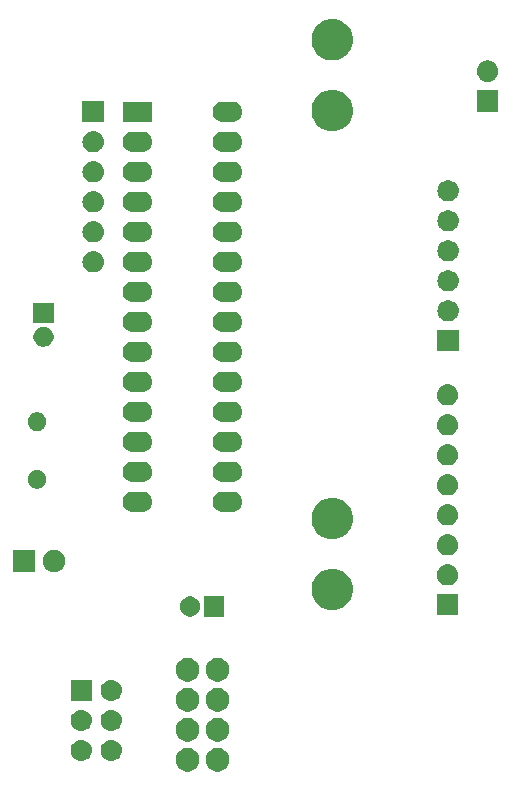
<source format=gbr>
G04 #@! TF.GenerationSoftware,KiCad,Pcbnew,5.0.1-33cea8e~68~ubuntu18.04.1*
G04 #@! TF.CreationDate,2018-11-21T16:18:05-05:00*
G04 #@! TF.ProjectId,samn,73616D6E2E6B696361645F7063620000,5*
G04 #@! TF.SameCoordinates,Original*
G04 #@! TF.FileFunction,Soldermask,Top*
G04 #@! TF.FilePolarity,Negative*
%FSLAX46Y46*%
G04 Gerber Fmt 4.6, Leading zero omitted, Abs format (unit mm)*
G04 Created by KiCad (PCBNEW 5.0.1-33cea8e~68~ubuntu18.04.1) date Wed 21 Nov 2018 04:18:05 PM EST*
%MOMM*%
%LPD*%
G01*
G04 APERTURE LIST*
%ADD10C,0.100000*%
G04 APERTURE END LIST*
D10*
G36*
X41081981Y-84157468D02*
X41264150Y-84232925D01*
X41428103Y-84342475D01*
X41567525Y-84481897D01*
X41677075Y-84645850D01*
X41752532Y-84828019D01*
X41791000Y-85021410D01*
X41791000Y-85218590D01*
X41752532Y-85411981D01*
X41677075Y-85594150D01*
X41567525Y-85758103D01*
X41428103Y-85897525D01*
X41264150Y-86007075D01*
X41081981Y-86082532D01*
X40888590Y-86121000D01*
X40691410Y-86121000D01*
X40498019Y-86082532D01*
X40315850Y-86007075D01*
X40151897Y-85897525D01*
X40012475Y-85758103D01*
X39902925Y-85594150D01*
X39827468Y-85411981D01*
X39789000Y-85218590D01*
X39789000Y-85021410D01*
X39827468Y-84828019D01*
X39902925Y-84645850D01*
X40012475Y-84481897D01*
X40151897Y-84342475D01*
X40315850Y-84232925D01*
X40498019Y-84157468D01*
X40691410Y-84119000D01*
X40888590Y-84119000D01*
X41081981Y-84157468D01*
X41081981Y-84157468D01*
G37*
G36*
X38541981Y-84157468D02*
X38724150Y-84232925D01*
X38888103Y-84342475D01*
X39027525Y-84481897D01*
X39137075Y-84645850D01*
X39212532Y-84828019D01*
X39251000Y-85021410D01*
X39251000Y-85218590D01*
X39212532Y-85411981D01*
X39137075Y-85594150D01*
X39027525Y-85758103D01*
X38888103Y-85897525D01*
X38724150Y-86007075D01*
X38541981Y-86082532D01*
X38348590Y-86121000D01*
X38151410Y-86121000D01*
X37958019Y-86082532D01*
X37775850Y-86007075D01*
X37611897Y-85897525D01*
X37472475Y-85758103D01*
X37362925Y-85594150D01*
X37287468Y-85411981D01*
X37249000Y-85218590D01*
X37249000Y-85021410D01*
X37287468Y-84828019D01*
X37362925Y-84645850D01*
X37472475Y-84481897D01*
X37611897Y-84342475D01*
X37775850Y-84232925D01*
X37958019Y-84157468D01*
X38151410Y-84119000D01*
X38348590Y-84119000D01*
X38541981Y-84157468D01*
X38541981Y-84157468D01*
G37*
G36*
X31900443Y-83435519D02*
X31966627Y-83442037D01*
X32049163Y-83467074D01*
X32136467Y-83493557D01*
X32228091Y-83542532D01*
X32292991Y-83577222D01*
X32297594Y-83581000D01*
X32430186Y-83689814D01*
X32513448Y-83791271D01*
X32542778Y-83827009D01*
X32542779Y-83827011D01*
X32626443Y-83983533D01*
X32626443Y-83983534D01*
X32677963Y-84153373D01*
X32695359Y-84330000D01*
X32677963Y-84506627D01*
X32643616Y-84619853D01*
X32626443Y-84676467D01*
X32552348Y-84815087D01*
X32542778Y-84832991D01*
X32513448Y-84868729D01*
X32430186Y-84970186D01*
X32367768Y-85021410D01*
X32292991Y-85082778D01*
X32292989Y-85082779D01*
X32136467Y-85166443D01*
X32079853Y-85183616D01*
X31966627Y-85217963D01*
X31900443Y-85224481D01*
X31834260Y-85231000D01*
X31745740Y-85231000D01*
X31679557Y-85224481D01*
X31613373Y-85217963D01*
X31500147Y-85183616D01*
X31443533Y-85166443D01*
X31287011Y-85082779D01*
X31287009Y-85082778D01*
X31212232Y-85021410D01*
X31149814Y-84970186D01*
X31066552Y-84868729D01*
X31037222Y-84832991D01*
X31027652Y-84815087D01*
X30953557Y-84676467D01*
X30936384Y-84619853D01*
X30902037Y-84506627D01*
X30884641Y-84330000D01*
X30902037Y-84153373D01*
X30953557Y-83983534D01*
X30953557Y-83983533D01*
X31037221Y-83827011D01*
X31037222Y-83827009D01*
X31066552Y-83791271D01*
X31149814Y-83689814D01*
X31282406Y-83581000D01*
X31287009Y-83577222D01*
X31351909Y-83542532D01*
X31443533Y-83493557D01*
X31530837Y-83467074D01*
X31613373Y-83442037D01*
X31679557Y-83435519D01*
X31745740Y-83429000D01*
X31834260Y-83429000D01*
X31900443Y-83435519D01*
X31900443Y-83435519D01*
G37*
G36*
X29360443Y-83435519D02*
X29426627Y-83442037D01*
X29509163Y-83467074D01*
X29596467Y-83493557D01*
X29688091Y-83542532D01*
X29752991Y-83577222D01*
X29757594Y-83581000D01*
X29890186Y-83689814D01*
X29973448Y-83791271D01*
X30002778Y-83827009D01*
X30002779Y-83827011D01*
X30086443Y-83983533D01*
X30086443Y-83983534D01*
X30137963Y-84153373D01*
X30155359Y-84330000D01*
X30137963Y-84506627D01*
X30103616Y-84619853D01*
X30086443Y-84676467D01*
X30012348Y-84815087D01*
X30002778Y-84832991D01*
X29973448Y-84868729D01*
X29890186Y-84970186D01*
X29827768Y-85021410D01*
X29752991Y-85082778D01*
X29752989Y-85082779D01*
X29596467Y-85166443D01*
X29539853Y-85183616D01*
X29426627Y-85217963D01*
X29360443Y-85224481D01*
X29294260Y-85231000D01*
X29205740Y-85231000D01*
X29139557Y-85224481D01*
X29073373Y-85217963D01*
X28960147Y-85183616D01*
X28903533Y-85166443D01*
X28747011Y-85082779D01*
X28747009Y-85082778D01*
X28672232Y-85021410D01*
X28609814Y-84970186D01*
X28526552Y-84868729D01*
X28497222Y-84832991D01*
X28487652Y-84815087D01*
X28413557Y-84676467D01*
X28396384Y-84619853D01*
X28362037Y-84506627D01*
X28344641Y-84330000D01*
X28362037Y-84153373D01*
X28413557Y-83983534D01*
X28413557Y-83983533D01*
X28497221Y-83827011D01*
X28497222Y-83827009D01*
X28526552Y-83791271D01*
X28609814Y-83689814D01*
X28742406Y-83581000D01*
X28747009Y-83577222D01*
X28811909Y-83542532D01*
X28903533Y-83493557D01*
X28990837Y-83467074D01*
X29073373Y-83442037D01*
X29139557Y-83435519D01*
X29205740Y-83429000D01*
X29294260Y-83429000D01*
X29360443Y-83435519D01*
X29360443Y-83435519D01*
G37*
G36*
X38541981Y-81617468D02*
X38724150Y-81692925D01*
X38888103Y-81802475D01*
X39027525Y-81941897D01*
X39137075Y-82105850D01*
X39212532Y-82288019D01*
X39251000Y-82481410D01*
X39251000Y-82678590D01*
X39212532Y-82871981D01*
X39137075Y-83054150D01*
X39027525Y-83218103D01*
X38888103Y-83357525D01*
X38724150Y-83467075D01*
X38541981Y-83542532D01*
X38348590Y-83581000D01*
X38151410Y-83581000D01*
X37958019Y-83542532D01*
X37775850Y-83467075D01*
X37611897Y-83357525D01*
X37472475Y-83218103D01*
X37362925Y-83054150D01*
X37287468Y-82871981D01*
X37249000Y-82678590D01*
X37249000Y-82481410D01*
X37287468Y-82288019D01*
X37362925Y-82105850D01*
X37472475Y-81941897D01*
X37611897Y-81802475D01*
X37775850Y-81692925D01*
X37958019Y-81617468D01*
X38151410Y-81579000D01*
X38348590Y-81579000D01*
X38541981Y-81617468D01*
X38541981Y-81617468D01*
G37*
G36*
X41081981Y-81617468D02*
X41264150Y-81692925D01*
X41428103Y-81802475D01*
X41567525Y-81941897D01*
X41677075Y-82105850D01*
X41752532Y-82288019D01*
X41791000Y-82481410D01*
X41791000Y-82678590D01*
X41752532Y-82871981D01*
X41677075Y-83054150D01*
X41567525Y-83218103D01*
X41428103Y-83357525D01*
X41264150Y-83467075D01*
X41081981Y-83542532D01*
X40888590Y-83581000D01*
X40691410Y-83581000D01*
X40498019Y-83542532D01*
X40315850Y-83467075D01*
X40151897Y-83357525D01*
X40012475Y-83218103D01*
X39902925Y-83054150D01*
X39827468Y-82871981D01*
X39789000Y-82678590D01*
X39789000Y-82481410D01*
X39827468Y-82288019D01*
X39902925Y-82105850D01*
X40012475Y-81941897D01*
X40151897Y-81802475D01*
X40315850Y-81692925D01*
X40498019Y-81617468D01*
X40691410Y-81579000D01*
X40888590Y-81579000D01*
X41081981Y-81617468D01*
X41081981Y-81617468D01*
G37*
G36*
X29360442Y-80895518D02*
X29426627Y-80902037D01*
X29509163Y-80927074D01*
X29596467Y-80953557D01*
X29688091Y-81002532D01*
X29752991Y-81037222D01*
X29757594Y-81041000D01*
X29890186Y-81149814D01*
X29973448Y-81251271D01*
X30002778Y-81287009D01*
X30002779Y-81287011D01*
X30086443Y-81443533D01*
X30086443Y-81443534D01*
X30137963Y-81613373D01*
X30155359Y-81790000D01*
X30137963Y-81966627D01*
X30103616Y-82079853D01*
X30086443Y-82136467D01*
X30012348Y-82275087D01*
X30002778Y-82292991D01*
X29973448Y-82328729D01*
X29890186Y-82430186D01*
X29827768Y-82481410D01*
X29752991Y-82542778D01*
X29752989Y-82542779D01*
X29596467Y-82626443D01*
X29539853Y-82643616D01*
X29426627Y-82677963D01*
X29360443Y-82684481D01*
X29294260Y-82691000D01*
X29205740Y-82691000D01*
X29139557Y-82684481D01*
X29073373Y-82677963D01*
X28960147Y-82643616D01*
X28903533Y-82626443D01*
X28747011Y-82542779D01*
X28747009Y-82542778D01*
X28672232Y-82481410D01*
X28609814Y-82430186D01*
X28526552Y-82328729D01*
X28497222Y-82292991D01*
X28487652Y-82275087D01*
X28413557Y-82136467D01*
X28396384Y-82079853D01*
X28362037Y-81966627D01*
X28344641Y-81790000D01*
X28362037Y-81613373D01*
X28413557Y-81443534D01*
X28413557Y-81443533D01*
X28497221Y-81287011D01*
X28497222Y-81287009D01*
X28526552Y-81251271D01*
X28609814Y-81149814D01*
X28742406Y-81041000D01*
X28747009Y-81037222D01*
X28811909Y-81002532D01*
X28903533Y-80953557D01*
X28990837Y-80927074D01*
X29073373Y-80902037D01*
X29139558Y-80895518D01*
X29205740Y-80889000D01*
X29294260Y-80889000D01*
X29360442Y-80895518D01*
X29360442Y-80895518D01*
G37*
G36*
X31900442Y-80895518D02*
X31966627Y-80902037D01*
X32049163Y-80927074D01*
X32136467Y-80953557D01*
X32228091Y-81002532D01*
X32292991Y-81037222D01*
X32297594Y-81041000D01*
X32430186Y-81149814D01*
X32513448Y-81251271D01*
X32542778Y-81287009D01*
X32542779Y-81287011D01*
X32626443Y-81443533D01*
X32626443Y-81443534D01*
X32677963Y-81613373D01*
X32695359Y-81790000D01*
X32677963Y-81966627D01*
X32643616Y-82079853D01*
X32626443Y-82136467D01*
X32552348Y-82275087D01*
X32542778Y-82292991D01*
X32513448Y-82328729D01*
X32430186Y-82430186D01*
X32367768Y-82481410D01*
X32292991Y-82542778D01*
X32292989Y-82542779D01*
X32136467Y-82626443D01*
X32079853Y-82643616D01*
X31966627Y-82677963D01*
X31900443Y-82684481D01*
X31834260Y-82691000D01*
X31745740Y-82691000D01*
X31679557Y-82684481D01*
X31613373Y-82677963D01*
X31500147Y-82643616D01*
X31443533Y-82626443D01*
X31287011Y-82542779D01*
X31287009Y-82542778D01*
X31212232Y-82481410D01*
X31149814Y-82430186D01*
X31066552Y-82328729D01*
X31037222Y-82292991D01*
X31027652Y-82275087D01*
X30953557Y-82136467D01*
X30936384Y-82079853D01*
X30902037Y-81966627D01*
X30884641Y-81790000D01*
X30902037Y-81613373D01*
X30953557Y-81443534D01*
X30953557Y-81443533D01*
X31037221Y-81287011D01*
X31037222Y-81287009D01*
X31066552Y-81251271D01*
X31149814Y-81149814D01*
X31282406Y-81041000D01*
X31287009Y-81037222D01*
X31351909Y-81002532D01*
X31443533Y-80953557D01*
X31530837Y-80927074D01*
X31613373Y-80902037D01*
X31679558Y-80895518D01*
X31745740Y-80889000D01*
X31834260Y-80889000D01*
X31900442Y-80895518D01*
X31900442Y-80895518D01*
G37*
G36*
X38541981Y-79077468D02*
X38724150Y-79152925D01*
X38888103Y-79262475D01*
X39027525Y-79401897D01*
X39137075Y-79565850D01*
X39212532Y-79748019D01*
X39251000Y-79941410D01*
X39251000Y-80138590D01*
X39212532Y-80331981D01*
X39137075Y-80514150D01*
X39027525Y-80678103D01*
X38888103Y-80817525D01*
X38724150Y-80927075D01*
X38541981Y-81002532D01*
X38348590Y-81041000D01*
X38151410Y-81041000D01*
X37958019Y-81002532D01*
X37775850Y-80927075D01*
X37611897Y-80817525D01*
X37472475Y-80678103D01*
X37362925Y-80514150D01*
X37287468Y-80331981D01*
X37249000Y-80138590D01*
X37249000Y-79941410D01*
X37287468Y-79748019D01*
X37362925Y-79565850D01*
X37472475Y-79401897D01*
X37611897Y-79262475D01*
X37775850Y-79152925D01*
X37958019Y-79077468D01*
X38151410Y-79039000D01*
X38348590Y-79039000D01*
X38541981Y-79077468D01*
X38541981Y-79077468D01*
G37*
G36*
X41081981Y-79077468D02*
X41264150Y-79152925D01*
X41428103Y-79262475D01*
X41567525Y-79401897D01*
X41677075Y-79565850D01*
X41752532Y-79748019D01*
X41791000Y-79941410D01*
X41791000Y-80138590D01*
X41752532Y-80331981D01*
X41677075Y-80514150D01*
X41567525Y-80678103D01*
X41428103Y-80817525D01*
X41264150Y-80927075D01*
X41081981Y-81002532D01*
X40888590Y-81041000D01*
X40691410Y-81041000D01*
X40498019Y-81002532D01*
X40315850Y-80927075D01*
X40151897Y-80817525D01*
X40012475Y-80678103D01*
X39902925Y-80514150D01*
X39827468Y-80331981D01*
X39789000Y-80138590D01*
X39789000Y-79941410D01*
X39827468Y-79748019D01*
X39902925Y-79565850D01*
X40012475Y-79401897D01*
X40151897Y-79262475D01*
X40315850Y-79152925D01*
X40498019Y-79077468D01*
X40691410Y-79039000D01*
X40888590Y-79039000D01*
X41081981Y-79077468D01*
X41081981Y-79077468D01*
G37*
G36*
X30151000Y-80151000D02*
X28349000Y-80151000D01*
X28349000Y-78349000D01*
X30151000Y-78349000D01*
X30151000Y-80151000D01*
X30151000Y-80151000D01*
G37*
G36*
X31900443Y-78355519D02*
X31966627Y-78362037D01*
X32049163Y-78387074D01*
X32136467Y-78413557D01*
X32228091Y-78462532D01*
X32292991Y-78497222D01*
X32297594Y-78501000D01*
X32430186Y-78609814D01*
X32513448Y-78711271D01*
X32542778Y-78747009D01*
X32542779Y-78747011D01*
X32626443Y-78903533D01*
X32626443Y-78903534D01*
X32677963Y-79073373D01*
X32695359Y-79250000D01*
X32677963Y-79426627D01*
X32643616Y-79539853D01*
X32626443Y-79596467D01*
X32552348Y-79735087D01*
X32542778Y-79752991D01*
X32513448Y-79788729D01*
X32430186Y-79890186D01*
X32367768Y-79941410D01*
X32292991Y-80002778D01*
X32292989Y-80002779D01*
X32136467Y-80086443D01*
X32079853Y-80103616D01*
X31966627Y-80137963D01*
X31900443Y-80144481D01*
X31834260Y-80151000D01*
X31745740Y-80151000D01*
X31679557Y-80144481D01*
X31613373Y-80137963D01*
X31500147Y-80103616D01*
X31443533Y-80086443D01*
X31287011Y-80002779D01*
X31287009Y-80002778D01*
X31212232Y-79941410D01*
X31149814Y-79890186D01*
X31066552Y-79788729D01*
X31037222Y-79752991D01*
X31027652Y-79735087D01*
X30953557Y-79596467D01*
X30936384Y-79539853D01*
X30902037Y-79426627D01*
X30884641Y-79250000D01*
X30902037Y-79073373D01*
X30953557Y-78903534D01*
X30953557Y-78903533D01*
X31037221Y-78747011D01*
X31037222Y-78747009D01*
X31066552Y-78711271D01*
X31149814Y-78609814D01*
X31282406Y-78501000D01*
X31287009Y-78497222D01*
X31351909Y-78462532D01*
X31443533Y-78413557D01*
X31530837Y-78387074D01*
X31613373Y-78362037D01*
X31679557Y-78355519D01*
X31745740Y-78349000D01*
X31834260Y-78349000D01*
X31900443Y-78355519D01*
X31900443Y-78355519D01*
G37*
G36*
X41081981Y-76537468D02*
X41264150Y-76612925D01*
X41428103Y-76722475D01*
X41567525Y-76861897D01*
X41677075Y-77025850D01*
X41752532Y-77208019D01*
X41791000Y-77401410D01*
X41791000Y-77598590D01*
X41752532Y-77791981D01*
X41677075Y-77974150D01*
X41567525Y-78138103D01*
X41428103Y-78277525D01*
X41264150Y-78387075D01*
X41081981Y-78462532D01*
X40888590Y-78501000D01*
X40691410Y-78501000D01*
X40498019Y-78462532D01*
X40315850Y-78387075D01*
X40151897Y-78277525D01*
X40012475Y-78138103D01*
X39902925Y-77974150D01*
X39827468Y-77791981D01*
X39789000Y-77598590D01*
X39789000Y-77401410D01*
X39827468Y-77208019D01*
X39902925Y-77025850D01*
X40012475Y-76861897D01*
X40151897Y-76722475D01*
X40315850Y-76612925D01*
X40498019Y-76537468D01*
X40691410Y-76499000D01*
X40888590Y-76499000D01*
X41081981Y-76537468D01*
X41081981Y-76537468D01*
G37*
G36*
X38541981Y-76537468D02*
X38724150Y-76612925D01*
X38888103Y-76722475D01*
X39027525Y-76861897D01*
X39137075Y-77025850D01*
X39212532Y-77208019D01*
X39251000Y-77401410D01*
X39251000Y-77598590D01*
X39212532Y-77791981D01*
X39137075Y-77974150D01*
X39027525Y-78138103D01*
X38888103Y-78277525D01*
X38724150Y-78387075D01*
X38541981Y-78462532D01*
X38348590Y-78501000D01*
X38151410Y-78501000D01*
X37958019Y-78462532D01*
X37775850Y-78387075D01*
X37611897Y-78277525D01*
X37472475Y-78138103D01*
X37362925Y-77974150D01*
X37287468Y-77791981D01*
X37249000Y-77598590D01*
X37249000Y-77401410D01*
X37287468Y-77208019D01*
X37362925Y-77025850D01*
X37472475Y-76861897D01*
X37611897Y-76722475D01*
X37775850Y-76612925D01*
X37958019Y-76537468D01*
X38151410Y-76499000D01*
X38348590Y-76499000D01*
X38541981Y-76537468D01*
X38541981Y-76537468D01*
G37*
G36*
X38698228Y-71331703D02*
X38853100Y-71395853D01*
X38992481Y-71488985D01*
X39111015Y-71607519D01*
X39204147Y-71746900D01*
X39268297Y-71901772D01*
X39301000Y-72066184D01*
X39301000Y-72233816D01*
X39268297Y-72398228D01*
X39204147Y-72553100D01*
X39111015Y-72692481D01*
X38992481Y-72811015D01*
X38853100Y-72904147D01*
X38698228Y-72968297D01*
X38533816Y-73001000D01*
X38366184Y-73001000D01*
X38201772Y-72968297D01*
X38046900Y-72904147D01*
X37907519Y-72811015D01*
X37788985Y-72692481D01*
X37695853Y-72553100D01*
X37631703Y-72398228D01*
X37599000Y-72233816D01*
X37599000Y-72066184D01*
X37631703Y-71901772D01*
X37695853Y-71746900D01*
X37788985Y-71607519D01*
X37907519Y-71488985D01*
X38046900Y-71395853D01*
X38201772Y-71331703D01*
X38366184Y-71299000D01*
X38533816Y-71299000D01*
X38698228Y-71331703D01*
X38698228Y-71331703D01*
G37*
G36*
X41301000Y-73001000D02*
X39599000Y-73001000D01*
X39599000Y-71299000D01*
X41301000Y-71299000D01*
X41301000Y-73001000D01*
X41301000Y-73001000D01*
G37*
G36*
X61151000Y-72901000D02*
X59349000Y-72901000D01*
X59349000Y-71099000D01*
X61151000Y-71099000D01*
X61151000Y-72901000D01*
X61151000Y-72901000D01*
G37*
G36*
X50807774Y-68975916D02*
X51010748Y-69016290D01*
X51329409Y-69148284D01*
X51612329Y-69337326D01*
X51616200Y-69339912D01*
X51860088Y-69583800D01*
X51860090Y-69583803D01*
X52051716Y-69870591D01*
X52183710Y-70189252D01*
X52251000Y-70527542D01*
X52251000Y-70872458D01*
X52183710Y-71210748D01*
X52051716Y-71529409D01*
X52051715Y-71529410D01*
X51860088Y-71816200D01*
X51616200Y-72060088D01*
X51616197Y-72060090D01*
X51329409Y-72251716D01*
X51010748Y-72383710D01*
X50807774Y-72424084D01*
X50672460Y-72451000D01*
X50327540Y-72451000D01*
X50192226Y-72424084D01*
X49989252Y-72383710D01*
X49670591Y-72251716D01*
X49383803Y-72060090D01*
X49383800Y-72060088D01*
X49139912Y-71816200D01*
X48948285Y-71529410D01*
X48948284Y-71529409D01*
X48816290Y-71210748D01*
X48749000Y-70872458D01*
X48749000Y-70527542D01*
X48816290Y-70189252D01*
X48948284Y-69870591D01*
X49139910Y-69583803D01*
X49139912Y-69583800D01*
X49383800Y-69339912D01*
X49387671Y-69337326D01*
X49670591Y-69148284D01*
X49989252Y-69016290D01*
X50192226Y-68975916D01*
X50327540Y-68949000D01*
X50672460Y-68949000D01*
X50807774Y-68975916D01*
X50807774Y-68975916D01*
G37*
G36*
X60360442Y-68565518D02*
X60426627Y-68572037D01*
X60539853Y-68606384D01*
X60596467Y-68623557D01*
X60735087Y-68697652D01*
X60752991Y-68707222D01*
X60788729Y-68736552D01*
X60890186Y-68819814D01*
X60973448Y-68921271D01*
X61002778Y-68957009D01*
X61002779Y-68957011D01*
X61086443Y-69113533D01*
X61096984Y-69148284D01*
X61137963Y-69283373D01*
X61155359Y-69460000D01*
X61137963Y-69636627D01*
X61103616Y-69749853D01*
X61086443Y-69806467D01*
X61052168Y-69870590D01*
X61002778Y-69962991D01*
X60973448Y-69998729D01*
X60890186Y-70100186D01*
X60788729Y-70183448D01*
X60752991Y-70212778D01*
X60752989Y-70212779D01*
X60596467Y-70296443D01*
X60539853Y-70313616D01*
X60426627Y-70347963D01*
X60360443Y-70354481D01*
X60294260Y-70361000D01*
X60205740Y-70361000D01*
X60139557Y-70354481D01*
X60073373Y-70347963D01*
X59960147Y-70313616D01*
X59903533Y-70296443D01*
X59747011Y-70212779D01*
X59747009Y-70212778D01*
X59711271Y-70183448D01*
X59609814Y-70100186D01*
X59526552Y-69998729D01*
X59497222Y-69962991D01*
X59447832Y-69870590D01*
X59413557Y-69806467D01*
X59396384Y-69749853D01*
X59362037Y-69636627D01*
X59344641Y-69460000D01*
X59362037Y-69283373D01*
X59403016Y-69148284D01*
X59413557Y-69113533D01*
X59497221Y-68957011D01*
X59497222Y-68957009D01*
X59526552Y-68921271D01*
X59609814Y-68819814D01*
X59711271Y-68736552D01*
X59747009Y-68707222D01*
X59764913Y-68697652D01*
X59903533Y-68623557D01*
X59960147Y-68606384D01*
X60073373Y-68572037D01*
X60139558Y-68565518D01*
X60205740Y-68559000D01*
X60294260Y-68559000D01*
X60360442Y-68565518D01*
X60360442Y-68565518D01*
G37*
G36*
X25351000Y-69251000D02*
X23449000Y-69251000D01*
X23449000Y-67349000D01*
X25351000Y-67349000D01*
X25351000Y-69251000D01*
X25351000Y-69251000D01*
G37*
G36*
X27217396Y-67385546D02*
X27390466Y-67457234D01*
X27546230Y-67561312D01*
X27678688Y-67693770D01*
X27782766Y-67849534D01*
X27854454Y-68022604D01*
X27891000Y-68206333D01*
X27891000Y-68393667D01*
X27854454Y-68577396D01*
X27782766Y-68750466D01*
X27678688Y-68906230D01*
X27546230Y-69038688D01*
X27390466Y-69142766D01*
X27217396Y-69214454D01*
X27033667Y-69251000D01*
X26846333Y-69251000D01*
X26662604Y-69214454D01*
X26489534Y-69142766D01*
X26333770Y-69038688D01*
X26201312Y-68906230D01*
X26097234Y-68750466D01*
X26025546Y-68577396D01*
X25989000Y-68393667D01*
X25989000Y-68206333D01*
X26025546Y-68022604D01*
X26097234Y-67849534D01*
X26201312Y-67693770D01*
X26333770Y-67561312D01*
X26489534Y-67457234D01*
X26662604Y-67385546D01*
X26846333Y-67349000D01*
X27033667Y-67349000D01*
X27217396Y-67385546D01*
X27217396Y-67385546D01*
G37*
G36*
X60360443Y-66025519D02*
X60426627Y-66032037D01*
X60539853Y-66066384D01*
X60596467Y-66083557D01*
X60735087Y-66157652D01*
X60752991Y-66167222D01*
X60788729Y-66196552D01*
X60890186Y-66279814D01*
X60973448Y-66381271D01*
X61002778Y-66417009D01*
X61002779Y-66417011D01*
X61086443Y-66573533D01*
X61086443Y-66573534D01*
X61137963Y-66743373D01*
X61155359Y-66920000D01*
X61137963Y-67096627D01*
X61103616Y-67209853D01*
X61086443Y-67266467D01*
X61022793Y-67385546D01*
X61002778Y-67422991D01*
X60974675Y-67457234D01*
X60890186Y-67560186D01*
X60788729Y-67643448D01*
X60752991Y-67672778D01*
X60752989Y-67672779D01*
X60596467Y-67756443D01*
X60539853Y-67773616D01*
X60426627Y-67807963D01*
X60360442Y-67814482D01*
X60294260Y-67821000D01*
X60205740Y-67821000D01*
X60139558Y-67814482D01*
X60073373Y-67807963D01*
X59960147Y-67773616D01*
X59903533Y-67756443D01*
X59747011Y-67672779D01*
X59747009Y-67672778D01*
X59711271Y-67643448D01*
X59609814Y-67560186D01*
X59525325Y-67457234D01*
X59497222Y-67422991D01*
X59477207Y-67385546D01*
X59413557Y-67266467D01*
X59396384Y-67209853D01*
X59362037Y-67096627D01*
X59344641Y-66920000D01*
X59362037Y-66743373D01*
X59413557Y-66573534D01*
X59413557Y-66573533D01*
X59497221Y-66417011D01*
X59497222Y-66417009D01*
X59526552Y-66381271D01*
X59609814Y-66279814D01*
X59711271Y-66196552D01*
X59747009Y-66167222D01*
X59764913Y-66157652D01*
X59903533Y-66083557D01*
X59960147Y-66066384D01*
X60073373Y-66032037D01*
X60139557Y-66025519D01*
X60205740Y-66019000D01*
X60294260Y-66019000D01*
X60360443Y-66025519D01*
X60360443Y-66025519D01*
G37*
G36*
X50807774Y-62975916D02*
X51010748Y-63016290D01*
X51329409Y-63148284D01*
X51612329Y-63337326D01*
X51616200Y-63339912D01*
X51860088Y-63583800D01*
X51860090Y-63583803D01*
X52051716Y-63870591D01*
X52183710Y-64189252D01*
X52186519Y-64203375D01*
X52251000Y-64527540D01*
X52251000Y-64872460D01*
X52248905Y-64882991D01*
X52183710Y-65210748D01*
X52051716Y-65529409D01*
X52051715Y-65529410D01*
X51860088Y-65816200D01*
X51616200Y-66060088D01*
X51616197Y-66060090D01*
X51329409Y-66251716D01*
X51010748Y-66383710D01*
X50843342Y-66417009D01*
X50672460Y-66451000D01*
X50327540Y-66451000D01*
X50156658Y-66417009D01*
X49989252Y-66383710D01*
X49670591Y-66251716D01*
X49383803Y-66060090D01*
X49383800Y-66060088D01*
X49139912Y-65816200D01*
X48948285Y-65529410D01*
X48948284Y-65529409D01*
X48816290Y-65210748D01*
X48751095Y-64882991D01*
X48749000Y-64872460D01*
X48749000Y-64527540D01*
X48813481Y-64203375D01*
X48816290Y-64189252D01*
X48948284Y-63870591D01*
X49139910Y-63583803D01*
X49139912Y-63583800D01*
X49383800Y-63339912D01*
X49387671Y-63337326D01*
X49670591Y-63148284D01*
X49989252Y-63016290D01*
X50192226Y-62975916D01*
X50327540Y-62949000D01*
X50672460Y-62949000D01*
X50807774Y-62975916D01*
X50807774Y-62975916D01*
G37*
G36*
X60360442Y-63485518D02*
X60426627Y-63492037D01*
X60539853Y-63526384D01*
X60596467Y-63543557D01*
X60696897Y-63597239D01*
X60752991Y-63627222D01*
X60788729Y-63656552D01*
X60890186Y-63739814D01*
X60973448Y-63841271D01*
X61002778Y-63877009D01*
X61002779Y-63877011D01*
X61086443Y-64033533D01*
X61086443Y-64033534D01*
X61137963Y-64203373D01*
X61155359Y-64380000D01*
X61137963Y-64556627D01*
X61103616Y-64669853D01*
X61086443Y-64726467D01*
X61012348Y-64865087D01*
X61002778Y-64882991D01*
X60973448Y-64918729D01*
X60890186Y-65020186D01*
X60788729Y-65103448D01*
X60752991Y-65132778D01*
X60752989Y-65132779D01*
X60596467Y-65216443D01*
X60539853Y-65233616D01*
X60426627Y-65267963D01*
X60360442Y-65274482D01*
X60294260Y-65281000D01*
X60205740Y-65281000D01*
X60139558Y-65274482D01*
X60073373Y-65267963D01*
X59960147Y-65233616D01*
X59903533Y-65216443D01*
X59747011Y-65132779D01*
X59747009Y-65132778D01*
X59711271Y-65103448D01*
X59609814Y-65020186D01*
X59526552Y-64918729D01*
X59497222Y-64882991D01*
X59487652Y-64865087D01*
X59413557Y-64726467D01*
X59396384Y-64669853D01*
X59362037Y-64556627D01*
X59344641Y-64380000D01*
X59362037Y-64203373D01*
X59413557Y-64033534D01*
X59413557Y-64033533D01*
X59497221Y-63877011D01*
X59497222Y-63877009D01*
X59526552Y-63841271D01*
X59609814Y-63739814D01*
X59711271Y-63656552D01*
X59747009Y-63627222D01*
X59803103Y-63597239D01*
X59903533Y-63543557D01*
X59960147Y-63526384D01*
X60073373Y-63492037D01*
X60139558Y-63485518D01*
X60205740Y-63479000D01*
X60294260Y-63479000D01*
X60360442Y-63485518D01*
X60360442Y-63485518D01*
G37*
G36*
X34566821Y-62431313D02*
X34566824Y-62431314D01*
X34566825Y-62431314D01*
X34727239Y-62479975D01*
X34727241Y-62479976D01*
X34727244Y-62479977D01*
X34875078Y-62558995D01*
X35004659Y-62665341D01*
X35111005Y-62794922D01*
X35190023Y-62942756D01*
X35190024Y-62942759D01*
X35190025Y-62942761D01*
X35238686Y-63103175D01*
X35238687Y-63103179D01*
X35255117Y-63270000D01*
X35238687Y-63436821D01*
X35238686Y-63436824D01*
X35238686Y-63436825D01*
X35194101Y-63583803D01*
X35190023Y-63597244D01*
X35111005Y-63745078D01*
X35004659Y-63874659D01*
X34875078Y-63981005D01*
X34727244Y-64060023D01*
X34727241Y-64060024D01*
X34727239Y-64060025D01*
X34566825Y-64108686D01*
X34566824Y-64108686D01*
X34566821Y-64108687D01*
X34441804Y-64121000D01*
X33558196Y-64121000D01*
X33433179Y-64108687D01*
X33433176Y-64108686D01*
X33433175Y-64108686D01*
X33272761Y-64060025D01*
X33272759Y-64060024D01*
X33272756Y-64060023D01*
X33124922Y-63981005D01*
X32995341Y-63874659D01*
X32888995Y-63745078D01*
X32809977Y-63597244D01*
X32805900Y-63583803D01*
X32761314Y-63436825D01*
X32761314Y-63436824D01*
X32761313Y-63436821D01*
X32744883Y-63270000D01*
X32761313Y-63103179D01*
X32761314Y-63103175D01*
X32809975Y-62942761D01*
X32809976Y-62942759D01*
X32809977Y-62942756D01*
X32888995Y-62794922D01*
X32995341Y-62665341D01*
X33124922Y-62558995D01*
X33272756Y-62479977D01*
X33272759Y-62479976D01*
X33272761Y-62479975D01*
X33433175Y-62431314D01*
X33433176Y-62431314D01*
X33433179Y-62431313D01*
X33558196Y-62419000D01*
X34441804Y-62419000D01*
X34566821Y-62431313D01*
X34566821Y-62431313D01*
G37*
G36*
X42186821Y-62431313D02*
X42186824Y-62431314D01*
X42186825Y-62431314D01*
X42347239Y-62479975D01*
X42347241Y-62479976D01*
X42347244Y-62479977D01*
X42495078Y-62558995D01*
X42624659Y-62665341D01*
X42731005Y-62794922D01*
X42810023Y-62942756D01*
X42810024Y-62942759D01*
X42810025Y-62942761D01*
X42858686Y-63103175D01*
X42858687Y-63103179D01*
X42875117Y-63270000D01*
X42858687Y-63436821D01*
X42858686Y-63436824D01*
X42858686Y-63436825D01*
X42814101Y-63583803D01*
X42810023Y-63597244D01*
X42731005Y-63745078D01*
X42624659Y-63874659D01*
X42495078Y-63981005D01*
X42347244Y-64060023D01*
X42347241Y-64060024D01*
X42347239Y-64060025D01*
X42186825Y-64108686D01*
X42186824Y-64108686D01*
X42186821Y-64108687D01*
X42061804Y-64121000D01*
X41178196Y-64121000D01*
X41053179Y-64108687D01*
X41053176Y-64108686D01*
X41053175Y-64108686D01*
X40892761Y-64060025D01*
X40892759Y-64060024D01*
X40892756Y-64060023D01*
X40744922Y-63981005D01*
X40615341Y-63874659D01*
X40508995Y-63745078D01*
X40429977Y-63597244D01*
X40425900Y-63583803D01*
X40381314Y-63436825D01*
X40381314Y-63436824D01*
X40381313Y-63436821D01*
X40364883Y-63270000D01*
X40381313Y-63103179D01*
X40381314Y-63103175D01*
X40429975Y-62942761D01*
X40429976Y-62942759D01*
X40429977Y-62942756D01*
X40508995Y-62794922D01*
X40615341Y-62665341D01*
X40744922Y-62558995D01*
X40892756Y-62479977D01*
X40892759Y-62479976D01*
X40892761Y-62479975D01*
X41053175Y-62431314D01*
X41053176Y-62431314D01*
X41053179Y-62431313D01*
X41178196Y-62419000D01*
X42061804Y-62419000D01*
X42186821Y-62431313D01*
X42186821Y-62431313D01*
G37*
G36*
X60360443Y-60945519D02*
X60426627Y-60952037D01*
X60539853Y-60986384D01*
X60596467Y-61003557D01*
X60696897Y-61057239D01*
X60752991Y-61087222D01*
X60788729Y-61116552D01*
X60890186Y-61199814D01*
X60973314Y-61301107D01*
X61002778Y-61337009D01*
X61002779Y-61337011D01*
X61086443Y-61493533D01*
X61086443Y-61493534D01*
X61137963Y-61663373D01*
X61155359Y-61840000D01*
X61137963Y-62016627D01*
X61115755Y-62089837D01*
X61086443Y-62186467D01*
X61012348Y-62325087D01*
X61002778Y-62342991D01*
X60973448Y-62378729D01*
X60890186Y-62480186D01*
X60794154Y-62558996D01*
X60752991Y-62592778D01*
X60752989Y-62592779D01*
X60596467Y-62676443D01*
X60539853Y-62693616D01*
X60426627Y-62727963D01*
X60360443Y-62734481D01*
X60294260Y-62741000D01*
X60205740Y-62741000D01*
X60139557Y-62734481D01*
X60073373Y-62727963D01*
X59960147Y-62693616D01*
X59903533Y-62676443D01*
X59747011Y-62592779D01*
X59747009Y-62592778D01*
X59705846Y-62558996D01*
X59609814Y-62480186D01*
X59526552Y-62378729D01*
X59497222Y-62342991D01*
X59487652Y-62325087D01*
X59413557Y-62186467D01*
X59384245Y-62089837D01*
X59362037Y-62016627D01*
X59344641Y-61840000D01*
X59362037Y-61663373D01*
X59413557Y-61493534D01*
X59413557Y-61493533D01*
X59497221Y-61337011D01*
X59497222Y-61337009D01*
X59526686Y-61301107D01*
X59609814Y-61199814D01*
X59711271Y-61116552D01*
X59747009Y-61087222D01*
X59803103Y-61057239D01*
X59903533Y-61003557D01*
X59960147Y-60986384D01*
X60073373Y-60952037D01*
X60139557Y-60945519D01*
X60205740Y-60939000D01*
X60294260Y-60939000D01*
X60360443Y-60945519D01*
X60360443Y-60945519D01*
G37*
G36*
X25733643Y-60609781D02*
X25879415Y-60670162D01*
X26010611Y-60757824D01*
X26122176Y-60869389D01*
X26209838Y-61000585D01*
X26270219Y-61146357D01*
X26301000Y-61301107D01*
X26301000Y-61458893D01*
X26270219Y-61613643D01*
X26209838Y-61759415D01*
X26122176Y-61890611D01*
X26010611Y-62002176D01*
X25879415Y-62089838D01*
X25733643Y-62150219D01*
X25578893Y-62181000D01*
X25421107Y-62181000D01*
X25266357Y-62150219D01*
X25120585Y-62089838D01*
X24989389Y-62002176D01*
X24877824Y-61890611D01*
X24790162Y-61759415D01*
X24729781Y-61613643D01*
X24699000Y-61458893D01*
X24699000Y-61301107D01*
X24729781Y-61146357D01*
X24790162Y-61000585D01*
X24877824Y-60869389D01*
X24989389Y-60757824D01*
X25120585Y-60670162D01*
X25266357Y-60609781D01*
X25421107Y-60579000D01*
X25578893Y-60579000D01*
X25733643Y-60609781D01*
X25733643Y-60609781D01*
G37*
G36*
X42186821Y-59891313D02*
X42186824Y-59891314D01*
X42186825Y-59891314D01*
X42347239Y-59939975D01*
X42347241Y-59939976D01*
X42347244Y-59939977D01*
X42495078Y-60018995D01*
X42624659Y-60125341D01*
X42731005Y-60254922D01*
X42810023Y-60402756D01*
X42858687Y-60563179D01*
X42875117Y-60730000D01*
X42858687Y-60896821D01*
X42858686Y-60896824D01*
X42858686Y-60896825D01*
X42827211Y-61000585D01*
X42810023Y-61057244D01*
X42731005Y-61205078D01*
X42624659Y-61334659D01*
X42495078Y-61441005D01*
X42347244Y-61520023D01*
X42347241Y-61520024D01*
X42347239Y-61520025D01*
X42186825Y-61568686D01*
X42186824Y-61568686D01*
X42186821Y-61568687D01*
X42061804Y-61581000D01*
X41178196Y-61581000D01*
X41053179Y-61568687D01*
X41053176Y-61568686D01*
X41053175Y-61568686D01*
X40892761Y-61520025D01*
X40892759Y-61520024D01*
X40892756Y-61520023D01*
X40744922Y-61441005D01*
X40615341Y-61334659D01*
X40508995Y-61205078D01*
X40429977Y-61057244D01*
X40412790Y-61000585D01*
X40381314Y-60896825D01*
X40381314Y-60896824D01*
X40381313Y-60896821D01*
X40364883Y-60730000D01*
X40381313Y-60563179D01*
X40429977Y-60402756D01*
X40508995Y-60254922D01*
X40615341Y-60125341D01*
X40744922Y-60018995D01*
X40892756Y-59939977D01*
X40892759Y-59939976D01*
X40892761Y-59939975D01*
X41053175Y-59891314D01*
X41053176Y-59891314D01*
X41053179Y-59891313D01*
X41178196Y-59879000D01*
X42061804Y-59879000D01*
X42186821Y-59891313D01*
X42186821Y-59891313D01*
G37*
G36*
X34566821Y-59891313D02*
X34566824Y-59891314D01*
X34566825Y-59891314D01*
X34727239Y-59939975D01*
X34727241Y-59939976D01*
X34727244Y-59939977D01*
X34875078Y-60018995D01*
X35004659Y-60125341D01*
X35111005Y-60254922D01*
X35190023Y-60402756D01*
X35238687Y-60563179D01*
X35255117Y-60730000D01*
X35238687Y-60896821D01*
X35238686Y-60896824D01*
X35238686Y-60896825D01*
X35207211Y-61000585D01*
X35190023Y-61057244D01*
X35111005Y-61205078D01*
X35004659Y-61334659D01*
X34875078Y-61441005D01*
X34727244Y-61520023D01*
X34727241Y-61520024D01*
X34727239Y-61520025D01*
X34566825Y-61568686D01*
X34566824Y-61568686D01*
X34566821Y-61568687D01*
X34441804Y-61581000D01*
X33558196Y-61581000D01*
X33433179Y-61568687D01*
X33433176Y-61568686D01*
X33433175Y-61568686D01*
X33272761Y-61520025D01*
X33272759Y-61520024D01*
X33272756Y-61520023D01*
X33124922Y-61441005D01*
X32995341Y-61334659D01*
X32888995Y-61205078D01*
X32809977Y-61057244D01*
X32792790Y-61000585D01*
X32761314Y-60896825D01*
X32761314Y-60896824D01*
X32761313Y-60896821D01*
X32744883Y-60730000D01*
X32761313Y-60563179D01*
X32809977Y-60402756D01*
X32888995Y-60254922D01*
X32995341Y-60125341D01*
X33124922Y-60018995D01*
X33272756Y-59939977D01*
X33272759Y-59939976D01*
X33272761Y-59939975D01*
X33433175Y-59891314D01*
X33433176Y-59891314D01*
X33433179Y-59891313D01*
X33558196Y-59879000D01*
X34441804Y-59879000D01*
X34566821Y-59891313D01*
X34566821Y-59891313D01*
G37*
G36*
X60360442Y-58405518D02*
X60426627Y-58412037D01*
X60539853Y-58446384D01*
X60596467Y-58463557D01*
X60696897Y-58517239D01*
X60752991Y-58547222D01*
X60788729Y-58576552D01*
X60890186Y-58659814D01*
X60973448Y-58761271D01*
X61002778Y-58797009D01*
X61002779Y-58797011D01*
X61086443Y-58953533D01*
X61086443Y-58953534D01*
X61137963Y-59123373D01*
X61155359Y-59300000D01*
X61137963Y-59476627D01*
X61103616Y-59589853D01*
X61086443Y-59646467D01*
X61012348Y-59785087D01*
X61002778Y-59802991D01*
X60973448Y-59838729D01*
X60890186Y-59940186D01*
X60794154Y-60018996D01*
X60752991Y-60052778D01*
X60752989Y-60052779D01*
X60596467Y-60136443D01*
X60539853Y-60153616D01*
X60426627Y-60187963D01*
X60360443Y-60194481D01*
X60294260Y-60201000D01*
X60205740Y-60201000D01*
X60139557Y-60194481D01*
X60073373Y-60187963D01*
X59960147Y-60153616D01*
X59903533Y-60136443D01*
X59747011Y-60052779D01*
X59747009Y-60052778D01*
X59705846Y-60018996D01*
X59609814Y-59940186D01*
X59526552Y-59838729D01*
X59497222Y-59802991D01*
X59487652Y-59785087D01*
X59413557Y-59646467D01*
X59396384Y-59589853D01*
X59362037Y-59476627D01*
X59344641Y-59300000D01*
X59362037Y-59123373D01*
X59413557Y-58953534D01*
X59413557Y-58953533D01*
X59497221Y-58797011D01*
X59497222Y-58797009D01*
X59526552Y-58761271D01*
X59609814Y-58659814D01*
X59711271Y-58576552D01*
X59747009Y-58547222D01*
X59803103Y-58517239D01*
X59903533Y-58463557D01*
X59960147Y-58446384D01*
X60073373Y-58412037D01*
X60139558Y-58405518D01*
X60205740Y-58399000D01*
X60294260Y-58399000D01*
X60360442Y-58405518D01*
X60360442Y-58405518D01*
G37*
G36*
X42186821Y-57351313D02*
X42186824Y-57351314D01*
X42186825Y-57351314D01*
X42347239Y-57399975D01*
X42347241Y-57399976D01*
X42347244Y-57399977D01*
X42495078Y-57478995D01*
X42624659Y-57585341D01*
X42731005Y-57714922D01*
X42810023Y-57862756D01*
X42858687Y-58023179D01*
X42875117Y-58190000D01*
X42858687Y-58356821D01*
X42858686Y-58356824D01*
X42858686Y-58356825D01*
X42841938Y-58412037D01*
X42810023Y-58517244D01*
X42731005Y-58665078D01*
X42624659Y-58794659D01*
X42495078Y-58901005D01*
X42347244Y-58980023D01*
X42347241Y-58980024D01*
X42347239Y-58980025D01*
X42186825Y-59028686D01*
X42186824Y-59028686D01*
X42186821Y-59028687D01*
X42061804Y-59041000D01*
X41178196Y-59041000D01*
X41053179Y-59028687D01*
X41053176Y-59028686D01*
X41053175Y-59028686D01*
X40892761Y-58980025D01*
X40892759Y-58980024D01*
X40892756Y-58980023D01*
X40744922Y-58901005D01*
X40615341Y-58794659D01*
X40508995Y-58665078D01*
X40429977Y-58517244D01*
X40398063Y-58412037D01*
X40381314Y-58356825D01*
X40381314Y-58356824D01*
X40381313Y-58356821D01*
X40364883Y-58190000D01*
X40381313Y-58023179D01*
X40429977Y-57862756D01*
X40508995Y-57714922D01*
X40615341Y-57585341D01*
X40744922Y-57478995D01*
X40892756Y-57399977D01*
X40892759Y-57399976D01*
X40892761Y-57399975D01*
X41053175Y-57351314D01*
X41053176Y-57351314D01*
X41053179Y-57351313D01*
X41178196Y-57339000D01*
X42061804Y-57339000D01*
X42186821Y-57351313D01*
X42186821Y-57351313D01*
G37*
G36*
X34566821Y-57351313D02*
X34566824Y-57351314D01*
X34566825Y-57351314D01*
X34727239Y-57399975D01*
X34727241Y-57399976D01*
X34727244Y-57399977D01*
X34875078Y-57478995D01*
X35004659Y-57585341D01*
X35111005Y-57714922D01*
X35190023Y-57862756D01*
X35238687Y-58023179D01*
X35255117Y-58190000D01*
X35238687Y-58356821D01*
X35238686Y-58356824D01*
X35238686Y-58356825D01*
X35221938Y-58412037D01*
X35190023Y-58517244D01*
X35111005Y-58665078D01*
X35004659Y-58794659D01*
X34875078Y-58901005D01*
X34727244Y-58980023D01*
X34727241Y-58980024D01*
X34727239Y-58980025D01*
X34566825Y-59028686D01*
X34566824Y-59028686D01*
X34566821Y-59028687D01*
X34441804Y-59041000D01*
X33558196Y-59041000D01*
X33433179Y-59028687D01*
X33433176Y-59028686D01*
X33433175Y-59028686D01*
X33272761Y-58980025D01*
X33272759Y-58980024D01*
X33272756Y-58980023D01*
X33124922Y-58901005D01*
X32995341Y-58794659D01*
X32888995Y-58665078D01*
X32809977Y-58517244D01*
X32778063Y-58412037D01*
X32761314Y-58356825D01*
X32761314Y-58356824D01*
X32761313Y-58356821D01*
X32744883Y-58190000D01*
X32761313Y-58023179D01*
X32809977Y-57862756D01*
X32888995Y-57714922D01*
X32995341Y-57585341D01*
X33124922Y-57478995D01*
X33272756Y-57399977D01*
X33272759Y-57399976D01*
X33272761Y-57399975D01*
X33433175Y-57351314D01*
X33433176Y-57351314D01*
X33433179Y-57351313D01*
X33558196Y-57339000D01*
X34441804Y-57339000D01*
X34566821Y-57351313D01*
X34566821Y-57351313D01*
G37*
G36*
X60360443Y-55865519D02*
X60426627Y-55872037D01*
X60539853Y-55906384D01*
X60596467Y-55923557D01*
X60696897Y-55977239D01*
X60752991Y-56007222D01*
X60788729Y-56036552D01*
X60890186Y-56119814D01*
X60973448Y-56221271D01*
X61002778Y-56257009D01*
X61002779Y-56257011D01*
X61086443Y-56413533D01*
X61088741Y-56421108D01*
X61137963Y-56583373D01*
X61155359Y-56760000D01*
X61137963Y-56936627D01*
X61115521Y-57010608D01*
X61086443Y-57106467D01*
X61078046Y-57122176D01*
X61002778Y-57262991D01*
X60996846Y-57270219D01*
X60890186Y-57400186D01*
X60794154Y-57478996D01*
X60752991Y-57512778D01*
X60752989Y-57512779D01*
X60596467Y-57596443D01*
X60539853Y-57613616D01*
X60426627Y-57647963D01*
X60360442Y-57654482D01*
X60294260Y-57661000D01*
X60205740Y-57661000D01*
X60139558Y-57654482D01*
X60073373Y-57647963D01*
X59960147Y-57613616D01*
X59903533Y-57596443D01*
X59747011Y-57512779D01*
X59747009Y-57512778D01*
X59705846Y-57478996D01*
X59609814Y-57400186D01*
X59503154Y-57270219D01*
X59497222Y-57262991D01*
X59421954Y-57122176D01*
X59413557Y-57106467D01*
X59384479Y-57010608D01*
X59362037Y-56936627D01*
X59344641Y-56760000D01*
X59362037Y-56583373D01*
X59411259Y-56421108D01*
X59413557Y-56413533D01*
X59497221Y-56257011D01*
X59497222Y-56257009D01*
X59526552Y-56221271D01*
X59609814Y-56119814D01*
X59711271Y-56036552D01*
X59747009Y-56007222D01*
X59803103Y-55977239D01*
X59903533Y-55923557D01*
X59960147Y-55906384D01*
X60073373Y-55872037D01*
X60139557Y-55865519D01*
X60205740Y-55859000D01*
X60294260Y-55859000D01*
X60360443Y-55865519D01*
X60360443Y-55865519D01*
G37*
G36*
X25733643Y-55729781D02*
X25879415Y-55790162D01*
X26010611Y-55877824D01*
X26122176Y-55989389D01*
X26209838Y-56120585D01*
X26270219Y-56266357D01*
X26301000Y-56421107D01*
X26301000Y-56578893D01*
X26270219Y-56733643D01*
X26209838Y-56879415D01*
X26122176Y-57010611D01*
X26010611Y-57122176D01*
X25879415Y-57209838D01*
X25733643Y-57270219D01*
X25578893Y-57301000D01*
X25421107Y-57301000D01*
X25266357Y-57270219D01*
X25120585Y-57209838D01*
X24989389Y-57122176D01*
X24877824Y-57010611D01*
X24790162Y-56879415D01*
X24729781Y-56733643D01*
X24699000Y-56578893D01*
X24699000Y-56421107D01*
X24729781Y-56266357D01*
X24790162Y-56120585D01*
X24877824Y-55989389D01*
X24989389Y-55877824D01*
X25120585Y-55790162D01*
X25266357Y-55729781D01*
X25421107Y-55699000D01*
X25578893Y-55699000D01*
X25733643Y-55729781D01*
X25733643Y-55729781D01*
G37*
G36*
X42186821Y-54811313D02*
X42186824Y-54811314D01*
X42186825Y-54811314D01*
X42347239Y-54859975D01*
X42347241Y-54859976D01*
X42347244Y-54859977D01*
X42495078Y-54938995D01*
X42624659Y-55045341D01*
X42731005Y-55174922D01*
X42810023Y-55322756D01*
X42858687Y-55483179D01*
X42875117Y-55650000D01*
X42858687Y-55816821D01*
X42858686Y-55816824D01*
X42858686Y-55816825D01*
X42840183Y-55877822D01*
X42810023Y-55977244D01*
X42731005Y-56125078D01*
X42624659Y-56254659D01*
X42495078Y-56361005D01*
X42347244Y-56440023D01*
X42347241Y-56440024D01*
X42347239Y-56440025D01*
X42186825Y-56488686D01*
X42186824Y-56488686D01*
X42186821Y-56488687D01*
X42061804Y-56501000D01*
X41178196Y-56501000D01*
X41053179Y-56488687D01*
X41053176Y-56488686D01*
X41053175Y-56488686D01*
X40892761Y-56440025D01*
X40892759Y-56440024D01*
X40892756Y-56440023D01*
X40744922Y-56361005D01*
X40615341Y-56254659D01*
X40508995Y-56125078D01*
X40429977Y-55977244D01*
X40399818Y-55877822D01*
X40381314Y-55816825D01*
X40381314Y-55816824D01*
X40381313Y-55816821D01*
X40364883Y-55650000D01*
X40381313Y-55483179D01*
X40429977Y-55322756D01*
X40508995Y-55174922D01*
X40615341Y-55045341D01*
X40744922Y-54938995D01*
X40892756Y-54859977D01*
X40892759Y-54859976D01*
X40892761Y-54859975D01*
X41053175Y-54811314D01*
X41053176Y-54811314D01*
X41053179Y-54811313D01*
X41178196Y-54799000D01*
X42061804Y-54799000D01*
X42186821Y-54811313D01*
X42186821Y-54811313D01*
G37*
G36*
X34566821Y-54811313D02*
X34566824Y-54811314D01*
X34566825Y-54811314D01*
X34727239Y-54859975D01*
X34727241Y-54859976D01*
X34727244Y-54859977D01*
X34875078Y-54938995D01*
X35004659Y-55045341D01*
X35111005Y-55174922D01*
X35190023Y-55322756D01*
X35238687Y-55483179D01*
X35255117Y-55650000D01*
X35238687Y-55816821D01*
X35238686Y-55816824D01*
X35238686Y-55816825D01*
X35220183Y-55877822D01*
X35190023Y-55977244D01*
X35111005Y-56125078D01*
X35004659Y-56254659D01*
X34875078Y-56361005D01*
X34727244Y-56440023D01*
X34727241Y-56440024D01*
X34727239Y-56440025D01*
X34566825Y-56488686D01*
X34566824Y-56488686D01*
X34566821Y-56488687D01*
X34441804Y-56501000D01*
X33558196Y-56501000D01*
X33433179Y-56488687D01*
X33433176Y-56488686D01*
X33433175Y-56488686D01*
X33272761Y-56440025D01*
X33272759Y-56440024D01*
X33272756Y-56440023D01*
X33124922Y-56361005D01*
X32995341Y-56254659D01*
X32888995Y-56125078D01*
X32809977Y-55977244D01*
X32779818Y-55877822D01*
X32761314Y-55816825D01*
X32761314Y-55816824D01*
X32761313Y-55816821D01*
X32744883Y-55650000D01*
X32761313Y-55483179D01*
X32809977Y-55322756D01*
X32888995Y-55174922D01*
X32995341Y-55045341D01*
X33124922Y-54938995D01*
X33272756Y-54859977D01*
X33272759Y-54859976D01*
X33272761Y-54859975D01*
X33433175Y-54811314D01*
X33433176Y-54811314D01*
X33433179Y-54811313D01*
X33558196Y-54799000D01*
X34441804Y-54799000D01*
X34566821Y-54811313D01*
X34566821Y-54811313D01*
G37*
G36*
X60360442Y-53325518D02*
X60426627Y-53332037D01*
X60539853Y-53366384D01*
X60596467Y-53383557D01*
X60696897Y-53437239D01*
X60752991Y-53467222D01*
X60788729Y-53496552D01*
X60890186Y-53579814D01*
X60973448Y-53681271D01*
X61002778Y-53717009D01*
X61002779Y-53717011D01*
X61086443Y-53873533D01*
X61086443Y-53873534D01*
X61137963Y-54043373D01*
X61155359Y-54220000D01*
X61137963Y-54396627D01*
X61103616Y-54509853D01*
X61086443Y-54566467D01*
X61012348Y-54705087D01*
X61002778Y-54722991D01*
X60973448Y-54758729D01*
X60890186Y-54860186D01*
X60794154Y-54938996D01*
X60752991Y-54972778D01*
X60752989Y-54972779D01*
X60596467Y-55056443D01*
X60539853Y-55073616D01*
X60426627Y-55107963D01*
X60360442Y-55114482D01*
X60294260Y-55121000D01*
X60205740Y-55121000D01*
X60139558Y-55114482D01*
X60073373Y-55107963D01*
X59960147Y-55073616D01*
X59903533Y-55056443D01*
X59747011Y-54972779D01*
X59747009Y-54972778D01*
X59705846Y-54938996D01*
X59609814Y-54860186D01*
X59526552Y-54758729D01*
X59497222Y-54722991D01*
X59487652Y-54705087D01*
X59413557Y-54566467D01*
X59396384Y-54509853D01*
X59362037Y-54396627D01*
X59344641Y-54220000D01*
X59362037Y-54043373D01*
X59413557Y-53873534D01*
X59413557Y-53873533D01*
X59497221Y-53717011D01*
X59497222Y-53717009D01*
X59526552Y-53681271D01*
X59609814Y-53579814D01*
X59711271Y-53496552D01*
X59747009Y-53467222D01*
X59803103Y-53437239D01*
X59903533Y-53383557D01*
X59960147Y-53366384D01*
X60073373Y-53332037D01*
X60139558Y-53325518D01*
X60205740Y-53319000D01*
X60294260Y-53319000D01*
X60360442Y-53325518D01*
X60360442Y-53325518D01*
G37*
G36*
X34566821Y-52271313D02*
X34566824Y-52271314D01*
X34566825Y-52271314D01*
X34727239Y-52319975D01*
X34727241Y-52319976D01*
X34727244Y-52319977D01*
X34875078Y-52398995D01*
X35004659Y-52505341D01*
X35111005Y-52634922D01*
X35190023Y-52782756D01*
X35238687Y-52943179D01*
X35255117Y-53110000D01*
X35238687Y-53276821D01*
X35238686Y-53276824D01*
X35238686Y-53276825D01*
X35221938Y-53332037D01*
X35190023Y-53437244D01*
X35111005Y-53585078D01*
X35004659Y-53714659D01*
X34875078Y-53821005D01*
X34727244Y-53900023D01*
X34727241Y-53900024D01*
X34727239Y-53900025D01*
X34566825Y-53948686D01*
X34566824Y-53948686D01*
X34566821Y-53948687D01*
X34441804Y-53961000D01*
X33558196Y-53961000D01*
X33433179Y-53948687D01*
X33433176Y-53948686D01*
X33433175Y-53948686D01*
X33272761Y-53900025D01*
X33272759Y-53900024D01*
X33272756Y-53900023D01*
X33124922Y-53821005D01*
X32995341Y-53714659D01*
X32888995Y-53585078D01*
X32809977Y-53437244D01*
X32778063Y-53332037D01*
X32761314Y-53276825D01*
X32761314Y-53276824D01*
X32761313Y-53276821D01*
X32744883Y-53110000D01*
X32761313Y-52943179D01*
X32809977Y-52782756D01*
X32888995Y-52634922D01*
X32995341Y-52505341D01*
X33124922Y-52398995D01*
X33272756Y-52319977D01*
X33272759Y-52319976D01*
X33272761Y-52319975D01*
X33433175Y-52271314D01*
X33433176Y-52271314D01*
X33433179Y-52271313D01*
X33558196Y-52259000D01*
X34441804Y-52259000D01*
X34566821Y-52271313D01*
X34566821Y-52271313D01*
G37*
G36*
X42186821Y-52271313D02*
X42186824Y-52271314D01*
X42186825Y-52271314D01*
X42347239Y-52319975D01*
X42347241Y-52319976D01*
X42347244Y-52319977D01*
X42495078Y-52398995D01*
X42624659Y-52505341D01*
X42731005Y-52634922D01*
X42810023Y-52782756D01*
X42858687Y-52943179D01*
X42875117Y-53110000D01*
X42858687Y-53276821D01*
X42858686Y-53276824D01*
X42858686Y-53276825D01*
X42841938Y-53332037D01*
X42810023Y-53437244D01*
X42731005Y-53585078D01*
X42624659Y-53714659D01*
X42495078Y-53821005D01*
X42347244Y-53900023D01*
X42347241Y-53900024D01*
X42347239Y-53900025D01*
X42186825Y-53948686D01*
X42186824Y-53948686D01*
X42186821Y-53948687D01*
X42061804Y-53961000D01*
X41178196Y-53961000D01*
X41053179Y-53948687D01*
X41053176Y-53948686D01*
X41053175Y-53948686D01*
X40892761Y-53900025D01*
X40892759Y-53900024D01*
X40892756Y-53900023D01*
X40744922Y-53821005D01*
X40615341Y-53714659D01*
X40508995Y-53585078D01*
X40429977Y-53437244D01*
X40398063Y-53332037D01*
X40381314Y-53276825D01*
X40381314Y-53276824D01*
X40381313Y-53276821D01*
X40364883Y-53110000D01*
X40381313Y-52943179D01*
X40429977Y-52782756D01*
X40508995Y-52634922D01*
X40615341Y-52505341D01*
X40744922Y-52398995D01*
X40892756Y-52319977D01*
X40892759Y-52319976D01*
X40892761Y-52319975D01*
X41053175Y-52271314D01*
X41053176Y-52271314D01*
X41053179Y-52271313D01*
X41178196Y-52259000D01*
X42061804Y-52259000D01*
X42186821Y-52271313D01*
X42186821Y-52271313D01*
G37*
G36*
X42186821Y-49731313D02*
X42186824Y-49731314D01*
X42186825Y-49731314D01*
X42347239Y-49779975D01*
X42347241Y-49779976D01*
X42347244Y-49779977D01*
X42495078Y-49858995D01*
X42624659Y-49965341D01*
X42731005Y-50094922D01*
X42810023Y-50242756D01*
X42858687Y-50403179D01*
X42875117Y-50570000D01*
X42858687Y-50736821D01*
X42810023Y-50897244D01*
X42731005Y-51045078D01*
X42624659Y-51174659D01*
X42495078Y-51281005D01*
X42347244Y-51360023D01*
X42347241Y-51360024D01*
X42347239Y-51360025D01*
X42186825Y-51408686D01*
X42186824Y-51408686D01*
X42186821Y-51408687D01*
X42061804Y-51421000D01*
X41178196Y-51421000D01*
X41053179Y-51408687D01*
X41053176Y-51408686D01*
X41053175Y-51408686D01*
X40892761Y-51360025D01*
X40892759Y-51360024D01*
X40892756Y-51360023D01*
X40744922Y-51281005D01*
X40615341Y-51174659D01*
X40508995Y-51045078D01*
X40429977Y-50897244D01*
X40381313Y-50736821D01*
X40364883Y-50570000D01*
X40381313Y-50403179D01*
X40429977Y-50242756D01*
X40508995Y-50094922D01*
X40615341Y-49965341D01*
X40744922Y-49858995D01*
X40892756Y-49779977D01*
X40892759Y-49779976D01*
X40892761Y-49779975D01*
X41053175Y-49731314D01*
X41053176Y-49731314D01*
X41053179Y-49731313D01*
X41178196Y-49719000D01*
X42061804Y-49719000D01*
X42186821Y-49731313D01*
X42186821Y-49731313D01*
G37*
G36*
X34566821Y-49731313D02*
X34566824Y-49731314D01*
X34566825Y-49731314D01*
X34727239Y-49779975D01*
X34727241Y-49779976D01*
X34727244Y-49779977D01*
X34875078Y-49858995D01*
X35004659Y-49965341D01*
X35111005Y-50094922D01*
X35190023Y-50242756D01*
X35238687Y-50403179D01*
X35255117Y-50570000D01*
X35238687Y-50736821D01*
X35190023Y-50897244D01*
X35111005Y-51045078D01*
X35004659Y-51174659D01*
X34875078Y-51281005D01*
X34727244Y-51360023D01*
X34727241Y-51360024D01*
X34727239Y-51360025D01*
X34566825Y-51408686D01*
X34566824Y-51408686D01*
X34566821Y-51408687D01*
X34441804Y-51421000D01*
X33558196Y-51421000D01*
X33433179Y-51408687D01*
X33433176Y-51408686D01*
X33433175Y-51408686D01*
X33272761Y-51360025D01*
X33272759Y-51360024D01*
X33272756Y-51360023D01*
X33124922Y-51281005D01*
X32995341Y-51174659D01*
X32888995Y-51045078D01*
X32809977Y-50897244D01*
X32761313Y-50736821D01*
X32744883Y-50570000D01*
X32761313Y-50403179D01*
X32809977Y-50242756D01*
X32888995Y-50094922D01*
X32995341Y-49965341D01*
X33124922Y-49858995D01*
X33272756Y-49779977D01*
X33272759Y-49779976D01*
X33272761Y-49779975D01*
X33433175Y-49731314D01*
X33433176Y-49731314D01*
X33433179Y-49731313D01*
X33558196Y-49719000D01*
X34441804Y-49719000D01*
X34566821Y-49731313D01*
X34566821Y-49731313D01*
G37*
G36*
X61201000Y-50551000D02*
X59399000Y-50551000D01*
X59399000Y-48749000D01*
X61201000Y-48749000D01*
X61201000Y-50551000D01*
X61201000Y-50551000D01*
G37*
G36*
X26298228Y-48481703D02*
X26453100Y-48545853D01*
X26592481Y-48638985D01*
X26711015Y-48757519D01*
X26804147Y-48896900D01*
X26868297Y-49051772D01*
X26901000Y-49216184D01*
X26901000Y-49383816D01*
X26868297Y-49548228D01*
X26804147Y-49703100D01*
X26711015Y-49842481D01*
X26592481Y-49961015D01*
X26453100Y-50054147D01*
X26298228Y-50118297D01*
X26133816Y-50151000D01*
X25966184Y-50151000D01*
X25801772Y-50118297D01*
X25646900Y-50054147D01*
X25507519Y-49961015D01*
X25388985Y-49842481D01*
X25295853Y-49703100D01*
X25231703Y-49548228D01*
X25199000Y-49383816D01*
X25199000Y-49216184D01*
X25231703Y-49051772D01*
X25295853Y-48896900D01*
X25388985Y-48757519D01*
X25507519Y-48638985D01*
X25646900Y-48545853D01*
X25801772Y-48481703D01*
X25966184Y-48449000D01*
X26133816Y-48449000D01*
X26298228Y-48481703D01*
X26298228Y-48481703D01*
G37*
G36*
X42186821Y-47191313D02*
X42186824Y-47191314D01*
X42186825Y-47191314D01*
X42347239Y-47239975D01*
X42347241Y-47239976D01*
X42347244Y-47239977D01*
X42495078Y-47318995D01*
X42624659Y-47425341D01*
X42731005Y-47554922D01*
X42810023Y-47702756D01*
X42810024Y-47702759D01*
X42810025Y-47702761D01*
X42858566Y-47862779D01*
X42858687Y-47863179D01*
X42875117Y-48030000D01*
X42858687Y-48196821D01*
X42810023Y-48357244D01*
X42731005Y-48505078D01*
X42624659Y-48634659D01*
X42495078Y-48741005D01*
X42347244Y-48820023D01*
X42347241Y-48820024D01*
X42347239Y-48820025D01*
X42186825Y-48868686D01*
X42186824Y-48868686D01*
X42186821Y-48868687D01*
X42061804Y-48881000D01*
X41178196Y-48881000D01*
X41053179Y-48868687D01*
X41053176Y-48868686D01*
X41053175Y-48868686D01*
X40892761Y-48820025D01*
X40892759Y-48820024D01*
X40892756Y-48820023D01*
X40744922Y-48741005D01*
X40615341Y-48634659D01*
X40508995Y-48505078D01*
X40429977Y-48357244D01*
X40381313Y-48196821D01*
X40364883Y-48030000D01*
X40381313Y-47863179D01*
X40381434Y-47862779D01*
X40429975Y-47702761D01*
X40429976Y-47702759D01*
X40429977Y-47702756D01*
X40508995Y-47554922D01*
X40615341Y-47425341D01*
X40744922Y-47318995D01*
X40892756Y-47239977D01*
X40892759Y-47239976D01*
X40892761Y-47239975D01*
X41053175Y-47191314D01*
X41053176Y-47191314D01*
X41053179Y-47191313D01*
X41178196Y-47179000D01*
X42061804Y-47179000D01*
X42186821Y-47191313D01*
X42186821Y-47191313D01*
G37*
G36*
X34566821Y-47191313D02*
X34566824Y-47191314D01*
X34566825Y-47191314D01*
X34727239Y-47239975D01*
X34727241Y-47239976D01*
X34727244Y-47239977D01*
X34875078Y-47318995D01*
X35004659Y-47425341D01*
X35111005Y-47554922D01*
X35190023Y-47702756D01*
X35190024Y-47702759D01*
X35190025Y-47702761D01*
X35238566Y-47862779D01*
X35238687Y-47863179D01*
X35255117Y-48030000D01*
X35238687Y-48196821D01*
X35190023Y-48357244D01*
X35111005Y-48505078D01*
X35004659Y-48634659D01*
X34875078Y-48741005D01*
X34727244Y-48820023D01*
X34727241Y-48820024D01*
X34727239Y-48820025D01*
X34566825Y-48868686D01*
X34566824Y-48868686D01*
X34566821Y-48868687D01*
X34441804Y-48881000D01*
X33558196Y-48881000D01*
X33433179Y-48868687D01*
X33433176Y-48868686D01*
X33433175Y-48868686D01*
X33272761Y-48820025D01*
X33272759Y-48820024D01*
X33272756Y-48820023D01*
X33124922Y-48741005D01*
X32995341Y-48634659D01*
X32888995Y-48505078D01*
X32809977Y-48357244D01*
X32761313Y-48196821D01*
X32744883Y-48030000D01*
X32761313Y-47863179D01*
X32761434Y-47862779D01*
X32809975Y-47702761D01*
X32809976Y-47702759D01*
X32809977Y-47702756D01*
X32888995Y-47554922D01*
X32995341Y-47425341D01*
X33124922Y-47318995D01*
X33272756Y-47239977D01*
X33272759Y-47239976D01*
X33272761Y-47239975D01*
X33433175Y-47191314D01*
X33433176Y-47191314D01*
X33433179Y-47191313D01*
X33558196Y-47179000D01*
X34441804Y-47179000D01*
X34566821Y-47191313D01*
X34566821Y-47191313D01*
G37*
G36*
X26901000Y-48151000D02*
X25199000Y-48151000D01*
X25199000Y-46449000D01*
X26901000Y-46449000D01*
X26901000Y-48151000D01*
X26901000Y-48151000D01*
G37*
G36*
X60410442Y-46215518D02*
X60476627Y-46222037D01*
X60589853Y-46256384D01*
X60646467Y-46273557D01*
X60749606Y-46328687D01*
X60802991Y-46357222D01*
X60838729Y-46386552D01*
X60940186Y-46469814D01*
X61023448Y-46571271D01*
X61052778Y-46607009D01*
X61052779Y-46607011D01*
X61136443Y-46763533D01*
X61136443Y-46763534D01*
X61187963Y-46933373D01*
X61205359Y-47110000D01*
X61187963Y-47286627D01*
X61178144Y-47318995D01*
X61136443Y-47456467D01*
X61083817Y-47554922D01*
X61052778Y-47612991D01*
X61023448Y-47648729D01*
X60940186Y-47750186D01*
X60838729Y-47833448D01*
X60802991Y-47862778D01*
X60802989Y-47862779D01*
X60646467Y-47946443D01*
X60589853Y-47963616D01*
X60476627Y-47997963D01*
X60410442Y-48004482D01*
X60344260Y-48011000D01*
X60255740Y-48011000D01*
X60189557Y-48004481D01*
X60123373Y-47997963D01*
X60010147Y-47963616D01*
X59953533Y-47946443D01*
X59797011Y-47862779D01*
X59797009Y-47862778D01*
X59761271Y-47833448D01*
X59659814Y-47750186D01*
X59576552Y-47648729D01*
X59547222Y-47612991D01*
X59516183Y-47554922D01*
X59463557Y-47456467D01*
X59421856Y-47318995D01*
X59412037Y-47286627D01*
X59394641Y-47110000D01*
X59412037Y-46933373D01*
X59463557Y-46763534D01*
X59463557Y-46763533D01*
X59547221Y-46607011D01*
X59547222Y-46607009D01*
X59576552Y-46571271D01*
X59659814Y-46469814D01*
X59761271Y-46386552D01*
X59797009Y-46357222D01*
X59850394Y-46328687D01*
X59953533Y-46273557D01*
X60010147Y-46256384D01*
X60123373Y-46222037D01*
X60189558Y-46215518D01*
X60255740Y-46209000D01*
X60344260Y-46209000D01*
X60410442Y-46215518D01*
X60410442Y-46215518D01*
G37*
G36*
X42186821Y-44651313D02*
X42186824Y-44651314D01*
X42186825Y-44651314D01*
X42347239Y-44699975D01*
X42347241Y-44699976D01*
X42347244Y-44699977D01*
X42495078Y-44778995D01*
X42624659Y-44885341D01*
X42731005Y-45014922D01*
X42810023Y-45162756D01*
X42810024Y-45162759D01*
X42810025Y-45162761D01*
X42858566Y-45322779D01*
X42858687Y-45323179D01*
X42875117Y-45490000D01*
X42858687Y-45656821D01*
X42810023Y-45817244D01*
X42731005Y-45965078D01*
X42624659Y-46094659D01*
X42495078Y-46201005D01*
X42347244Y-46280023D01*
X42347241Y-46280024D01*
X42347239Y-46280025D01*
X42186825Y-46328686D01*
X42186824Y-46328686D01*
X42186821Y-46328687D01*
X42061804Y-46341000D01*
X41178196Y-46341000D01*
X41053179Y-46328687D01*
X41053176Y-46328686D01*
X41053175Y-46328686D01*
X40892761Y-46280025D01*
X40892759Y-46280024D01*
X40892756Y-46280023D01*
X40744922Y-46201005D01*
X40615341Y-46094659D01*
X40508995Y-45965078D01*
X40429977Y-45817244D01*
X40381313Y-45656821D01*
X40364883Y-45490000D01*
X40381313Y-45323179D01*
X40381434Y-45322779D01*
X40429975Y-45162761D01*
X40429976Y-45162759D01*
X40429977Y-45162756D01*
X40508995Y-45014922D01*
X40615341Y-44885341D01*
X40744922Y-44778995D01*
X40892756Y-44699977D01*
X40892759Y-44699976D01*
X40892761Y-44699975D01*
X41053175Y-44651314D01*
X41053176Y-44651314D01*
X41053179Y-44651313D01*
X41178196Y-44639000D01*
X42061804Y-44639000D01*
X42186821Y-44651313D01*
X42186821Y-44651313D01*
G37*
G36*
X34566821Y-44651313D02*
X34566824Y-44651314D01*
X34566825Y-44651314D01*
X34727239Y-44699975D01*
X34727241Y-44699976D01*
X34727244Y-44699977D01*
X34875078Y-44778995D01*
X35004659Y-44885341D01*
X35111005Y-45014922D01*
X35190023Y-45162756D01*
X35190024Y-45162759D01*
X35190025Y-45162761D01*
X35238566Y-45322779D01*
X35238687Y-45323179D01*
X35255117Y-45490000D01*
X35238687Y-45656821D01*
X35190023Y-45817244D01*
X35111005Y-45965078D01*
X35004659Y-46094659D01*
X34875078Y-46201005D01*
X34727244Y-46280023D01*
X34727241Y-46280024D01*
X34727239Y-46280025D01*
X34566825Y-46328686D01*
X34566824Y-46328686D01*
X34566821Y-46328687D01*
X34441804Y-46341000D01*
X33558196Y-46341000D01*
X33433179Y-46328687D01*
X33433176Y-46328686D01*
X33433175Y-46328686D01*
X33272761Y-46280025D01*
X33272759Y-46280024D01*
X33272756Y-46280023D01*
X33124922Y-46201005D01*
X32995341Y-46094659D01*
X32888995Y-45965078D01*
X32809977Y-45817244D01*
X32761313Y-45656821D01*
X32744883Y-45490000D01*
X32761313Y-45323179D01*
X32761434Y-45322779D01*
X32809975Y-45162761D01*
X32809976Y-45162759D01*
X32809977Y-45162756D01*
X32888995Y-45014922D01*
X32995341Y-44885341D01*
X33124922Y-44778995D01*
X33272756Y-44699977D01*
X33272759Y-44699976D01*
X33272761Y-44699975D01*
X33433175Y-44651314D01*
X33433176Y-44651314D01*
X33433179Y-44651313D01*
X33558196Y-44639000D01*
X34441804Y-44639000D01*
X34566821Y-44651313D01*
X34566821Y-44651313D01*
G37*
G36*
X60410443Y-43675519D02*
X60476627Y-43682037D01*
X60545004Y-43702779D01*
X60646467Y-43733557D01*
X60749606Y-43788687D01*
X60802991Y-43817222D01*
X60828264Y-43837963D01*
X60940186Y-43929814D01*
X61023448Y-44031271D01*
X61052778Y-44067009D01*
X61052779Y-44067011D01*
X61136443Y-44223533D01*
X61136443Y-44223534D01*
X61187963Y-44393373D01*
X61205359Y-44570000D01*
X61187963Y-44746627D01*
X61178144Y-44778995D01*
X61136443Y-44916467D01*
X61083817Y-45014922D01*
X61052778Y-45072991D01*
X61023448Y-45108729D01*
X60940186Y-45210186D01*
X60838729Y-45293448D01*
X60802991Y-45322778D01*
X60802989Y-45322779D01*
X60646467Y-45406443D01*
X60589853Y-45423616D01*
X60476627Y-45457963D01*
X60410443Y-45464481D01*
X60344260Y-45471000D01*
X60255740Y-45471000D01*
X60189557Y-45464481D01*
X60123373Y-45457963D01*
X60010147Y-45423616D01*
X59953533Y-45406443D01*
X59797011Y-45322779D01*
X59797009Y-45322778D01*
X59761271Y-45293448D01*
X59659814Y-45210186D01*
X59576552Y-45108729D01*
X59547222Y-45072991D01*
X59516183Y-45014922D01*
X59463557Y-44916467D01*
X59421856Y-44778995D01*
X59412037Y-44746627D01*
X59394641Y-44570000D01*
X59412037Y-44393373D01*
X59463557Y-44223534D01*
X59463557Y-44223533D01*
X59547221Y-44067011D01*
X59547222Y-44067009D01*
X59576552Y-44031271D01*
X59659814Y-43929814D01*
X59771736Y-43837963D01*
X59797009Y-43817222D01*
X59850394Y-43788687D01*
X59953533Y-43733557D01*
X60054996Y-43702779D01*
X60123373Y-43682037D01*
X60189557Y-43675519D01*
X60255740Y-43669000D01*
X60344260Y-43669000D01*
X60410443Y-43675519D01*
X60410443Y-43675519D01*
G37*
G36*
X30360443Y-42055519D02*
X30426627Y-42062037D01*
X30539853Y-42096384D01*
X30596467Y-42113557D01*
X30683311Y-42159977D01*
X30752991Y-42197222D01*
X30788729Y-42226552D01*
X30890186Y-42309814D01*
X30973448Y-42411271D01*
X31002778Y-42447009D01*
X31002779Y-42447011D01*
X31086443Y-42603533D01*
X31103616Y-42660147D01*
X31137963Y-42773373D01*
X31155359Y-42950000D01*
X31137963Y-43126627D01*
X31103616Y-43239853D01*
X31086443Y-43296467D01*
X31017698Y-43425078D01*
X31002778Y-43452991D01*
X30973448Y-43488729D01*
X30890186Y-43590186D01*
X30794149Y-43669000D01*
X30752991Y-43702778D01*
X30752989Y-43702779D01*
X30596467Y-43786443D01*
X30589069Y-43788687D01*
X30426627Y-43837963D01*
X30360443Y-43844481D01*
X30294260Y-43851000D01*
X30205740Y-43851000D01*
X30139557Y-43844481D01*
X30073373Y-43837963D01*
X29910931Y-43788687D01*
X29903533Y-43786443D01*
X29747011Y-43702779D01*
X29747009Y-43702778D01*
X29705851Y-43669000D01*
X29609814Y-43590186D01*
X29526552Y-43488729D01*
X29497222Y-43452991D01*
X29482302Y-43425078D01*
X29413557Y-43296467D01*
X29396384Y-43239853D01*
X29362037Y-43126627D01*
X29344641Y-42950000D01*
X29362037Y-42773373D01*
X29396384Y-42660147D01*
X29413557Y-42603533D01*
X29497221Y-42447011D01*
X29497222Y-42447009D01*
X29526552Y-42411271D01*
X29609814Y-42309814D01*
X29711271Y-42226552D01*
X29747009Y-42197222D01*
X29816689Y-42159977D01*
X29903533Y-42113557D01*
X29960147Y-42096384D01*
X30073373Y-42062037D01*
X30139557Y-42055519D01*
X30205740Y-42049000D01*
X30294260Y-42049000D01*
X30360443Y-42055519D01*
X30360443Y-42055519D01*
G37*
G36*
X42186821Y-42111313D02*
X42186824Y-42111314D01*
X42186825Y-42111314D01*
X42347239Y-42159975D01*
X42347241Y-42159976D01*
X42347244Y-42159977D01*
X42495078Y-42238995D01*
X42624659Y-42345341D01*
X42731005Y-42474922D01*
X42810023Y-42622756D01*
X42810024Y-42622759D01*
X42810025Y-42622761D01*
X42858566Y-42782779D01*
X42858687Y-42783179D01*
X42875117Y-42950000D01*
X42858687Y-43116821D01*
X42858686Y-43116824D01*
X42858686Y-43116825D01*
X42855713Y-43126627D01*
X42810023Y-43277244D01*
X42731005Y-43425078D01*
X42624659Y-43554659D01*
X42495078Y-43661005D01*
X42347244Y-43740023D01*
X42347241Y-43740024D01*
X42347239Y-43740025D01*
X42186825Y-43788686D01*
X42186824Y-43788686D01*
X42186821Y-43788687D01*
X42061804Y-43801000D01*
X41178196Y-43801000D01*
X41053179Y-43788687D01*
X41053176Y-43788686D01*
X41053175Y-43788686D01*
X40892761Y-43740025D01*
X40892759Y-43740024D01*
X40892756Y-43740023D01*
X40744922Y-43661005D01*
X40615341Y-43554659D01*
X40508995Y-43425078D01*
X40429977Y-43277244D01*
X40384288Y-43126627D01*
X40381314Y-43116825D01*
X40381314Y-43116824D01*
X40381313Y-43116821D01*
X40364883Y-42950000D01*
X40381313Y-42783179D01*
X40381434Y-42782779D01*
X40429975Y-42622761D01*
X40429976Y-42622759D01*
X40429977Y-42622756D01*
X40508995Y-42474922D01*
X40615341Y-42345341D01*
X40744922Y-42238995D01*
X40892756Y-42159977D01*
X40892759Y-42159976D01*
X40892761Y-42159975D01*
X41053175Y-42111314D01*
X41053176Y-42111314D01*
X41053179Y-42111313D01*
X41178196Y-42099000D01*
X42061804Y-42099000D01*
X42186821Y-42111313D01*
X42186821Y-42111313D01*
G37*
G36*
X34566821Y-42111313D02*
X34566824Y-42111314D01*
X34566825Y-42111314D01*
X34727239Y-42159975D01*
X34727241Y-42159976D01*
X34727244Y-42159977D01*
X34875078Y-42238995D01*
X35004659Y-42345341D01*
X35111005Y-42474922D01*
X35190023Y-42622756D01*
X35190024Y-42622759D01*
X35190025Y-42622761D01*
X35238566Y-42782779D01*
X35238687Y-42783179D01*
X35255117Y-42950000D01*
X35238687Y-43116821D01*
X35238686Y-43116824D01*
X35238686Y-43116825D01*
X35235713Y-43126627D01*
X35190023Y-43277244D01*
X35111005Y-43425078D01*
X35004659Y-43554659D01*
X34875078Y-43661005D01*
X34727244Y-43740023D01*
X34727241Y-43740024D01*
X34727239Y-43740025D01*
X34566825Y-43788686D01*
X34566824Y-43788686D01*
X34566821Y-43788687D01*
X34441804Y-43801000D01*
X33558196Y-43801000D01*
X33433179Y-43788687D01*
X33433176Y-43788686D01*
X33433175Y-43788686D01*
X33272761Y-43740025D01*
X33272759Y-43740024D01*
X33272756Y-43740023D01*
X33124922Y-43661005D01*
X32995341Y-43554659D01*
X32888995Y-43425078D01*
X32809977Y-43277244D01*
X32764288Y-43126627D01*
X32761314Y-43116825D01*
X32761314Y-43116824D01*
X32761313Y-43116821D01*
X32744883Y-42950000D01*
X32761313Y-42783179D01*
X32761434Y-42782779D01*
X32809975Y-42622761D01*
X32809976Y-42622759D01*
X32809977Y-42622756D01*
X32888995Y-42474922D01*
X32995341Y-42345341D01*
X33124922Y-42238995D01*
X33272756Y-42159977D01*
X33272759Y-42159976D01*
X33272761Y-42159975D01*
X33433175Y-42111314D01*
X33433176Y-42111314D01*
X33433179Y-42111313D01*
X33558196Y-42099000D01*
X34441804Y-42099000D01*
X34566821Y-42111313D01*
X34566821Y-42111313D01*
G37*
G36*
X60410442Y-41135518D02*
X60476627Y-41142037D01*
X60545004Y-41162779D01*
X60646467Y-41193557D01*
X60749606Y-41248687D01*
X60802991Y-41277222D01*
X60828264Y-41297963D01*
X60940186Y-41389814D01*
X61023448Y-41491271D01*
X61052778Y-41527009D01*
X61052779Y-41527011D01*
X61136443Y-41683533D01*
X61136443Y-41683534D01*
X61187963Y-41853373D01*
X61205359Y-42030000D01*
X61187963Y-42206627D01*
X61178144Y-42238995D01*
X61136443Y-42376467D01*
X61098737Y-42447009D01*
X61052778Y-42532991D01*
X61023448Y-42568729D01*
X60940186Y-42670186D01*
X60838729Y-42753448D01*
X60802991Y-42782778D01*
X60802989Y-42782779D01*
X60646467Y-42866443D01*
X60589853Y-42883616D01*
X60476627Y-42917963D01*
X60410443Y-42924481D01*
X60344260Y-42931000D01*
X60255740Y-42931000D01*
X60189557Y-42924481D01*
X60123373Y-42917963D01*
X60010147Y-42883616D01*
X59953533Y-42866443D01*
X59797011Y-42782779D01*
X59797009Y-42782778D01*
X59761271Y-42753448D01*
X59659814Y-42670186D01*
X59576552Y-42568729D01*
X59547222Y-42532991D01*
X59501263Y-42447009D01*
X59463557Y-42376467D01*
X59421856Y-42238995D01*
X59412037Y-42206627D01*
X59394641Y-42030000D01*
X59412037Y-41853373D01*
X59463557Y-41683534D01*
X59463557Y-41683533D01*
X59547221Y-41527011D01*
X59547222Y-41527009D01*
X59576552Y-41491271D01*
X59659814Y-41389814D01*
X59771736Y-41297963D01*
X59797009Y-41277222D01*
X59850394Y-41248687D01*
X59953533Y-41193557D01*
X60054996Y-41162779D01*
X60123373Y-41142037D01*
X60189558Y-41135518D01*
X60255740Y-41129000D01*
X60344260Y-41129000D01*
X60410442Y-41135518D01*
X60410442Y-41135518D01*
G37*
G36*
X30360442Y-39515518D02*
X30426627Y-39522037D01*
X30539853Y-39556384D01*
X30596467Y-39573557D01*
X30683311Y-39619977D01*
X30752991Y-39657222D01*
X30788729Y-39686552D01*
X30890186Y-39769814D01*
X30973448Y-39871271D01*
X31002778Y-39907009D01*
X31002779Y-39907011D01*
X31086443Y-40063533D01*
X31103616Y-40120147D01*
X31137963Y-40233373D01*
X31155359Y-40410000D01*
X31137963Y-40586627D01*
X31103616Y-40699853D01*
X31086443Y-40756467D01*
X31017698Y-40885078D01*
X31002778Y-40912991D01*
X30973448Y-40948729D01*
X30890186Y-41050186D01*
X30794149Y-41129000D01*
X30752991Y-41162778D01*
X30752989Y-41162779D01*
X30596467Y-41246443D01*
X30589069Y-41248687D01*
X30426627Y-41297963D01*
X30360443Y-41304481D01*
X30294260Y-41311000D01*
X30205740Y-41311000D01*
X30139557Y-41304481D01*
X30073373Y-41297963D01*
X29910931Y-41248687D01*
X29903533Y-41246443D01*
X29747011Y-41162779D01*
X29747009Y-41162778D01*
X29705851Y-41129000D01*
X29609814Y-41050186D01*
X29526552Y-40948729D01*
X29497222Y-40912991D01*
X29482302Y-40885078D01*
X29413557Y-40756467D01*
X29396384Y-40699853D01*
X29362037Y-40586627D01*
X29344641Y-40410000D01*
X29362037Y-40233373D01*
X29396384Y-40120147D01*
X29413557Y-40063533D01*
X29497221Y-39907011D01*
X29497222Y-39907009D01*
X29526552Y-39871271D01*
X29609814Y-39769814D01*
X29711271Y-39686552D01*
X29747009Y-39657222D01*
X29816689Y-39619977D01*
X29903533Y-39573557D01*
X29960147Y-39556384D01*
X30073373Y-39522037D01*
X30139558Y-39515518D01*
X30205740Y-39509000D01*
X30294260Y-39509000D01*
X30360442Y-39515518D01*
X30360442Y-39515518D01*
G37*
G36*
X42186821Y-39571313D02*
X42186824Y-39571314D01*
X42186825Y-39571314D01*
X42347239Y-39619975D01*
X42347241Y-39619976D01*
X42347244Y-39619977D01*
X42495078Y-39698995D01*
X42624659Y-39805341D01*
X42731005Y-39934922D01*
X42810023Y-40082756D01*
X42810024Y-40082759D01*
X42810025Y-40082761D01*
X42858566Y-40242779D01*
X42858687Y-40243179D01*
X42875117Y-40410000D01*
X42858687Y-40576821D01*
X42858686Y-40576824D01*
X42858686Y-40576825D01*
X42855713Y-40586627D01*
X42810023Y-40737244D01*
X42731005Y-40885078D01*
X42624659Y-41014659D01*
X42495078Y-41121005D01*
X42347244Y-41200023D01*
X42347241Y-41200024D01*
X42347239Y-41200025D01*
X42186825Y-41248686D01*
X42186824Y-41248686D01*
X42186821Y-41248687D01*
X42061804Y-41261000D01*
X41178196Y-41261000D01*
X41053179Y-41248687D01*
X41053176Y-41248686D01*
X41053175Y-41248686D01*
X40892761Y-41200025D01*
X40892759Y-41200024D01*
X40892756Y-41200023D01*
X40744922Y-41121005D01*
X40615341Y-41014659D01*
X40508995Y-40885078D01*
X40429977Y-40737244D01*
X40384288Y-40586627D01*
X40381314Y-40576825D01*
X40381314Y-40576824D01*
X40381313Y-40576821D01*
X40364883Y-40410000D01*
X40381313Y-40243179D01*
X40381434Y-40242779D01*
X40429975Y-40082761D01*
X40429976Y-40082759D01*
X40429977Y-40082756D01*
X40508995Y-39934922D01*
X40615341Y-39805341D01*
X40744922Y-39698995D01*
X40892756Y-39619977D01*
X40892759Y-39619976D01*
X40892761Y-39619975D01*
X41053175Y-39571314D01*
X41053176Y-39571314D01*
X41053179Y-39571313D01*
X41178196Y-39559000D01*
X42061804Y-39559000D01*
X42186821Y-39571313D01*
X42186821Y-39571313D01*
G37*
G36*
X34566821Y-39571313D02*
X34566824Y-39571314D01*
X34566825Y-39571314D01*
X34727239Y-39619975D01*
X34727241Y-39619976D01*
X34727244Y-39619977D01*
X34875078Y-39698995D01*
X35004659Y-39805341D01*
X35111005Y-39934922D01*
X35190023Y-40082756D01*
X35190024Y-40082759D01*
X35190025Y-40082761D01*
X35238566Y-40242779D01*
X35238687Y-40243179D01*
X35255117Y-40410000D01*
X35238687Y-40576821D01*
X35238686Y-40576824D01*
X35238686Y-40576825D01*
X35235713Y-40586627D01*
X35190023Y-40737244D01*
X35111005Y-40885078D01*
X35004659Y-41014659D01*
X34875078Y-41121005D01*
X34727244Y-41200023D01*
X34727241Y-41200024D01*
X34727239Y-41200025D01*
X34566825Y-41248686D01*
X34566824Y-41248686D01*
X34566821Y-41248687D01*
X34441804Y-41261000D01*
X33558196Y-41261000D01*
X33433179Y-41248687D01*
X33433176Y-41248686D01*
X33433175Y-41248686D01*
X33272761Y-41200025D01*
X33272759Y-41200024D01*
X33272756Y-41200023D01*
X33124922Y-41121005D01*
X32995341Y-41014659D01*
X32888995Y-40885078D01*
X32809977Y-40737244D01*
X32764288Y-40586627D01*
X32761314Y-40576825D01*
X32761314Y-40576824D01*
X32761313Y-40576821D01*
X32744883Y-40410000D01*
X32761313Y-40243179D01*
X32761434Y-40242779D01*
X32809975Y-40082761D01*
X32809976Y-40082759D01*
X32809977Y-40082756D01*
X32888995Y-39934922D01*
X32995341Y-39805341D01*
X33124922Y-39698995D01*
X33272756Y-39619977D01*
X33272759Y-39619976D01*
X33272761Y-39619975D01*
X33433175Y-39571314D01*
X33433176Y-39571314D01*
X33433179Y-39571313D01*
X33558196Y-39559000D01*
X34441804Y-39559000D01*
X34566821Y-39571313D01*
X34566821Y-39571313D01*
G37*
G36*
X60410443Y-38595519D02*
X60476627Y-38602037D01*
X60545004Y-38622779D01*
X60646467Y-38653557D01*
X60749606Y-38708687D01*
X60802991Y-38737222D01*
X60828264Y-38757963D01*
X60940186Y-38849814D01*
X61023448Y-38951271D01*
X61052778Y-38987009D01*
X61052779Y-38987011D01*
X61136443Y-39143533D01*
X61136443Y-39143534D01*
X61187963Y-39313373D01*
X61205359Y-39490000D01*
X61187963Y-39666627D01*
X61178144Y-39698995D01*
X61136443Y-39836467D01*
X61098737Y-39907009D01*
X61052778Y-39992991D01*
X61023448Y-40028729D01*
X60940186Y-40130186D01*
X60838729Y-40213448D01*
X60802991Y-40242778D01*
X60802989Y-40242779D01*
X60646467Y-40326443D01*
X60589853Y-40343616D01*
X60476627Y-40377963D01*
X60410443Y-40384481D01*
X60344260Y-40391000D01*
X60255740Y-40391000D01*
X60189557Y-40384481D01*
X60123373Y-40377963D01*
X60010147Y-40343616D01*
X59953533Y-40326443D01*
X59797011Y-40242779D01*
X59797009Y-40242778D01*
X59761271Y-40213448D01*
X59659814Y-40130186D01*
X59576552Y-40028729D01*
X59547222Y-39992991D01*
X59501263Y-39907009D01*
X59463557Y-39836467D01*
X59421856Y-39698995D01*
X59412037Y-39666627D01*
X59394641Y-39490000D01*
X59412037Y-39313373D01*
X59463557Y-39143534D01*
X59463557Y-39143533D01*
X59547221Y-38987011D01*
X59547222Y-38987009D01*
X59576552Y-38951271D01*
X59659814Y-38849814D01*
X59771736Y-38757963D01*
X59797009Y-38737222D01*
X59850394Y-38708687D01*
X59953533Y-38653557D01*
X60054996Y-38622779D01*
X60123373Y-38602037D01*
X60189557Y-38595519D01*
X60255740Y-38589000D01*
X60344260Y-38589000D01*
X60410443Y-38595519D01*
X60410443Y-38595519D01*
G37*
G36*
X30360443Y-36975519D02*
X30426627Y-36982037D01*
X30539853Y-37016384D01*
X30596467Y-37033557D01*
X30683311Y-37079977D01*
X30752991Y-37117222D01*
X30788729Y-37146552D01*
X30890186Y-37229814D01*
X30973448Y-37331271D01*
X31002778Y-37367009D01*
X31002779Y-37367011D01*
X31086443Y-37523533D01*
X31103616Y-37580147D01*
X31137963Y-37693373D01*
X31155359Y-37870000D01*
X31137963Y-38046627D01*
X31103616Y-38159853D01*
X31086443Y-38216467D01*
X31017698Y-38345078D01*
X31002778Y-38372991D01*
X30973448Y-38408729D01*
X30890186Y-38510186D01*
X30794149Y-38589000D01*
X30752991Y-38622778D01*
X30752989Y-38622779D01*
X30596467Y-38706443D01*
X30589069Y-38708687D01*
X30426627Y-38757963D01*
X30360442Y-38764482D01*
X30294260Y-38771000D01*
X30205740Y-38771000D01*
X30139558Y-38764482D01*
X30073373Y-38757963D01*
X29910931Y-38708687D01*
X29903533Y-38706443D01*
X29747011Y-38622779D01*
X29747009Y-38622778D01*
X29705851Y-38589000D01*
X29609814Y-38510186D01*
X29526552Y-38408729D01*
X29497222Y-38372991D01*
X29482302Y-38345078D01*
X29413557Y-38216467D01*
X29396384Y-38159853D01*
X29362037Y-38046627D01*
X29344641Y-37870000D01*
X29362037Y-37693373D01*
X29396384Y-37580147D01*
X29413557Y-37523533D01*
X29497221Y-37367011D01*
X29497222Y-37367009D01*
X29526552Y-37331271D01*
X29609814Y-37229814D01*
X29711271Y-37146552D01*
X29747009Y-37117222D01*
X29816689Y-37079977D01*
X29903533Y-37033557D01*
X29960147Y-37016384D01*
X30073373Y-36982037D01*
X30139557Y-36975519D01*
X30205740Y-36969000D01*
X30294260Y-36969000D01*
X30360443Y-36975519D01*
X30360443Y-36975519D01*
G37*
G36*
X42186821Y-37031313D02*
X42186824Y-37031314D01*
X42186825Y-37031314D01*
X42347239Y-37079975D01*
X42347241Y-37079976D01*
X42347244Y-37079977D01*
X42495078Y-37158995D01*
X42624659Y-37265341D01*
X42731005Y-37394922D01*
X42810023Y-37542756D01*
X42810024Y-37542759D01*
X42810025Y-37542761D01*
X42858566Y-37702779D01*
X42858687Y-37703179D01*
X42875117Y-37870000D01*
X42858687Y-38036821D01*
X42858686Y-38036824D01*
X42858686Y-38036825D01*
X42855713Y-38046627D01*
X42810023Y-38197244D01*
X42731005Y-38345078D01*
X42624659Y-38474659D01*
X42495078Y-38581005D01*
X42347244Y-38660023D01*
X42347241Y-38660024D01*
X42347239Y-38660025D01*
X42186825Y-38708686D01*
X42186824Y-38708686D01*
X42186821Y-38708687D01*
X42061804Y-38721000D01*
X41178196Y-38721000D01*
X41053179Y-38708687D01*
X41053176Y-38708686D01*
X41053175Y-38708686D01*
X40892761Y-38660025D01*
X40892759Y-38660024D01*
X40892756Y-38660023D01*
X40744922Y-38581005D01*
X40615341Y-38474659D01*
X40508995Y-38345078D01*
X40429977Y-38197244D01*
X40384288Y-38046627D01*
X40381314Y-38036825D01*
X40381314Y-38036824D01*
X40381313Y-38036821D01*
X40364883Y-37870000D01*
X40381313Y-37703179D01*
X40381434Y-37702779D01*
X40429975Y-37542761D01*
X40429976Y-37542759D01*
X40429977Y-37542756D01*
X40508995Y-37394922D01*
X40615341Y-37265341D01*
X40744922Y-37158995D01*
X40892756Y-37079977D01*
X40892759Y-37079976D01*
X40892761Y-37079975D01*
X41053175Y-37031314D01*
X41053176Y-37031314D01*
X41053179Y-37031313D01*
X41178196Y-37019000D01*
X42061804Y-37019000D01*
X42186821Y-37031313D01*
X42186821Y-37031313D01*
G37*
G36*
X34566821Y-37031313D02*
X34566824Y-37031314D01*
X34566825Y-37031314D01*
X34727239Y-37079975D01*
X34727241Y-37079976D01*
X34727244Y-37079977D01*
X34875078Y-37158995D01*
X35004659Y-37265341D01*
X35111005Y-37394922D01*
X35190023Y-37542756D01*
X35190024Y-37542759D01*
X35190025Y-37542761D01*
X35238566Y-37702779D01*
X35238687Y-37703179D01*
X35255117Y-37870000D01*
X35238687Y-38036821D01*
X35238686Y-38036824D01*
X35238686Y-38036825D01*
X35235713Y-38046627D01*
X35190023Y-38197244D01*
X35111005Y-38345078D01*
X35004659Y-38474659D01*
X34875078Y-38581005D01*
X34727244Y-38660023D01*
X34727241Y-38660024D01*
X34727239Y-38660025D01*
X34566825Y-38708686D01*
X34566824Y-38708686D01*
X34566821Y-38708687D01*
X34441804Y-38721000D01*
X33558196Y-38721000D01*
X33433179Y-38708687D01*
X33433176Y-38708686D01*
X33433175Y-38708686D01*
X33272761Y-38660025D01*
X33272759Y-38660024D01*
X33272756Y-38660023D01*
X33124922Y-38581005D01*
X32995341Y-38474659D01*
X32888995Y-38345078D01*
X32809977Y-38197244D01*
X32764288Y-38046627D01*
X32761314Y-38036825D01*
X32761314Y-38036824D01*
X32761313Y-38036821D01*
X32744883Y-37870000D01*
X32761313Y-37703179D01*
X32761434Y-37702779D01*
X32809975Y-37542761D01*
X32809976Y-37542759D01*
X32809977Y-37542756D01*
X32888995Y-37394922D01*
X32995341Y-37265341D01*
X33124922Y-37158995D01*
X33272756Y-37079977D01*
X33272759Y-37079976D01*
X33272761Y-37079975D01*
X33433175Y-37031314D01*
X33433176Y-37031314D01*
X33433179Y-37031313D01*
X33558196Y-37019000D01*
X34441804Y-37019000D01*
X34566821Y-37031313D01*
X34566821Y-37031313D01*
G37*
G36*
X60410442Y-36055518D02*
X60476627Y-36062037D01*
X60545004Y-36082779D01*
X60646467Y-36113557D01*
X60749606Y-36168687D01*
X60802991Y-36197222D01*
X60828264Y-36217963D01*
X60940186Y-36309814D01*
X61023448Y-36411271D01*
X61052778Y-36447009D01*
X61052779Y-36447011D01*
X61136443Y-36603533D01*
X61136443Y-36603534D01*
X61187963Y-36773373D01*
X61205359Y-36950000D01*
X61187963Y-37126627D01*
X61178144Y-37158995D01*
X61136443Y-37296467D01*
X61098737Y-37367009D01*
X61052778Y-37452991D01*
X61023448Y-37488729D01*
X60940186Y-37590186D01*
X60838729Y-37673448D01*
X60802991Y-37702778D01*
X60802989Y-37702779D01*
X60646467Y-37786443D01*
X60589853Y-37803616D01*
X60476627Y-37837963D01*
X60410442Y-37844482D01*
X60344260Y-37851000D01*
X60255740Y-37851000D01*
X60189558Y-37844482D01*
X60123373Y-37837963D01*
X60010147Y-37803616D01*
X59953533Y-37786443D01*
X59797011Y-37702779D01*
X59797009Y-37702778D01*
X59761271Y-37673448D01*
X59659814Y-37590186D01*
X59576552Y-37488729D01*
X59547222Y-37452991D01*
X59501263Y-37367009D01*
X59463557Y-37296467D01*
X59421856Y-37158995D01*
X59412037Y-37126627D01*
X59394641Y-36950000D01*
X59412037Y-36773373D01*
X59463557Y-36603534D01*
X59463557Y-36603533D01*
X59547221Y-36447011D01*
X59547222Y-36447009D01*
X59576552Y-36411271D01*
X59659814Y-36309814D01*
X59771736Y-36217963D01*
X59797009Y-36197222D01*
X59850394Y-36168687D01*
X59953533Y-36113557D01*
X60054996Y-36082779D01*
X60123373Y-36062037D01*
X60189558Y-36055518D01*
X60255740Y-36049000D01*
X60344260Y-36049000D01*
X60410442Y-36055518D01*
X60410442Y-36055518D01*
G37*
G36*
X30360442Y-34435518D02*
X30426627Y-34442037D01*
X30539853Y-34476384D01*
X30596467Y-34493557D01*
X30683311Y-34539977D01*
X30752991Y-34577222D01*
X30788729Y-34606552D01*
X30890186Y-34689814D01*
X30973448Y-34791271D01*
X31002778Y-34827009D01*
X31002779Y-34827011D01*
X31086443Y-34983533D01*
X31103616Y-35040147D01*
X31137963Y-35153373D01*
X31155359Y-35330000D01*
X31137963Y-35506627D01*
X31103616Y-35619853D01*
X31086443Y-35676467D01*
X31017698Y-35805078D01*
X31002778Y-35832991D01*
X30973448Y-35868729D01*
X30890186Y-35970186D01*
X30794149Y-36049000D01*
X30752991Y-36082778D01*
X30752989Y-36082779D01*
X30596467Y-36166443D01*
X30589069Y-36168687D01*
X30426627Y-36217963D01*
X30360443Y-36224481D01*
X30294260Y-36231000D01*
X30205740Y-36231000D01*
X30139557Y-36224481D01*
X30073373Y-36217963D01*
X29910931Y-36168687D01*
X29903533Y-36166443D01*
X29747011Y-36082779D01*
X29747009Y-36082778D01*
X29705851Y-36049000D01*
X29609814Y-35970186D01*
X29526552Y-35868729D01*
X29497222Y-35832991D01*
X29482302Y-35805078D01*
X29413557Y-35676467D01*
X29396384Y-35619853D01*
X29362037Y-35506627D01*
X29344641Y-35330000D01*
X29362037Y-35153373D01*
X29396384Y-35040147D01*
X29413557Y-34983533D01*
X29497221Y-34827011D01*
X29497222Y-34827009D01*
X29526552Y-34791271D01*
X29609814Y-34689814D01*
X29711271Y-34606552D01*
X29747009Y-34577222D01*
X29816689Y-34539977D01*
X29903533Y-34493557D01*
X29960147Y-34476384D01*
X30073373Y-34442037D01*
X30139558Y-34435518D01*
X30205740Y-34429000D01*
X30294260Y-34429000D01*
X30360442Y-34435518D01*
X30360442Y-34435518D01*
G37*
G36*
X34566821Y-34491313D02*
X34566824Y-34491314D01*
X34566825Y-34491314D01*
X34727239Y-34539975D01*
X34727241Y-34539976D01*
X34727244Y-34539977D01*
X34875078Y-34618995D01*
X35004659Y-34725341D01*
X35111005Y-34854922D01*
X35190023Y-35002756D01*
X35190024Y-35002759D01*
X35190025Y-35002761D01*
X35235713Y-35153375D01*
X35238687Y-35163179D01*
X35255117Y-35330000D01*
X35238687Y-35496821D01*
X35238686Y-35496824D01*
X35238686Y-35496825D01*
X35235713Y-35506627D01*
X35190023Y-35657244D01*
X35111005Y-35805078D01*
X35004659Y-35934659D01*
X34875078Y-36041005D01*
X34727244Y-36120023D01*
X34727241Y-36120024D01*
X34727239Y-36120025D01*
X34566825Y-36168686D01*
X34566824Y-36168686D01*
X34566821Y-36168687D01*
X34441804Y-36181000D01*
X33558196Y-36181000D01*
X33433179Y-36168687D01*
X33433176Y-36168686D01*
X33433175Y-36168686D01*
X33272761Y-36120025D01*
X33272759Y-36120024D01*
X33272756Y-36120023D01*
X33124922Y-36041005D01*
X32995341Y-35934659D01*
X32888995Y-35805078D01*
X32809977Y-35657244D01*
X32764288Y-35506627D01*
X32761314Y-35496825D01*
X32761314Y-35496824D01*
X32761313Y-35496821D01*
X32744883Y-35330000D01*
X32761313Y-35163179D01*
X32764287Y-35153375D01*
X32809975Y-35002761D01*
X32809976Y-35002759D01*
X32809977Y-35002756D01*
X32888995Y-34854922D01*
X32995341Y-34725341D01*
X33124922Y-34618995D01*
X33272756Y-34539977D01*
X33272759Y-34539976D01*
X33272761Y-34539975D01*
X33433175Y-34491314D01*
X33433176Y-34491314D01*
X33433179Y-34491313D01*
X33558196Y-34479000D01*
X34441804Y-34479000D01*
X34566821Y-34491313D01*
X34566821Y-34491313D01*
G37*
G36*
X42186821Y-34491313D02*
X42186824Y-34491314D01*
X42186825Y-34491314D01*
X42347239Y-34539975D01*
X42347241Y-34539976D01*
X42347244Y-34539977D01*
X42495078Y-34618995D01*
X42624659Y-34725341D01*
X42731005Y-34854922D01*
X42810023Y-35002756D01*
X42810024Y-35002759D01*
X42810025Y-35002761D01*
X42855713Y-35153375D01*
X42858687Y-35163179D01*
X42875117Y-35330000D01*
X42858687Y-35496821D01*
X42858686Y-35496824D01*
X42858686Y-35496825D01*
X42855713Y-35506627D01*
X42810023Y-35657244D01*
X42731005Y-35805078D01*
X42624659Y-35934659D01*
X42495078Y-36041005D01*
X42347244Y-36120023D01*
X42347241Y-36120024D01*
X42347239Y-36120025D01*
X42186825Y-36168686D01*
X42186824Y-36168686D01*
X42186821Y-36168687D01*
X42061804Y-36181000D01*
X41178196Y-36181000D01*
X41053179Y-36168687D01*
X41053176Y-36168686D01*
X41053175Y-36168686D01*
X40892761Y-36120025D01*
X40892759Y-36120024D01*
X40892756Y-36120023D01*
X40744922Y-36041005D01*
X40615341Y-35934659D01*
X40508995Y-35805078D01*
X40429977Y-35657244D01*
X40384288Y-35506627D01*
X40381314Y-35496825D01*
X40381314Y-35496824D01*
X40381313Y-35496821D01*
X40364883Y-35330000D01*
X40381313Y-35163179D01*
X40384287Y-35153375D01*
X40429975Y-35002761D01*
X40429976Y-35002759D01*
X40429977Y-35002756D01*
X40508995Y-34854922D01*
X40615341Y-34725341D01*
X40744922Y-34618995D01*
X40892756Y-34539977D01*
X40892759Y-34539976D01*
X40892761Y-34539975D01*
X41053175Y-34491314D01*
X41053176Y-34491314D01*
X41053179Y-34491313D01*
X41178196Y-34479000D01*
X42061804Y-34479000D01*
X42186821Y-34491313D01*
X42186821Y-34491313D01*
G37*
G36*
X30360443Y-31895519D02*
X30426627Y-31902037D01*
X30539853Y-31936384D01*
X30596467Y-31953557D01*
X30683311Y-31999977D01*
X30752991Y-32037222D01*
X30788729Y-32066552D01*
X30890186Y-32149814D01*
X30973448Y-32251271D01*
X31002778Y-32287009D01*
X31002779Y-32287011D01*
X31086443Y-32443533D01*
X31103616Y-32500147D01*
X31137963Y-32613373D01*
X31155359Y-32790000D01*
X31137963Y-32966627D01*
X31103616Y-33079853D01*
X31086443Y-33136467D01*
X31017698Y-33265078D01*
X31002778Y-33292991D01*
X30973448Y-33328729D01*
X30890186Y-33430186D01*
X30788729Y-33513448D01*
X30752991Y-33542778D01*
X30752989Y-33542779D01*
X30596467Y-33626443D01*
X30589069Y-33628687D01*
X30426627Y-33677963D01*
X30360442Y-33684482D01*
X30294260Y-33691000D01*
X30205740Y-33691000D01*
X30139558Y-33684482D01*
X30073373Y-33677963D01*
X29910931Y-33628687D01*
X29903533Y-33626443D01*
X29747011Y-33542779D01*
X29747009Y-33542778D01*
X29711271Y-33513448D01*
X29609814Y-33430186D01*
X29526552Y-33328729D01*
X29497222Y-33292991D01*
X29482302Y-33265078D01*
X29413557Y-33136467D01*
X29396384Y-33079853D01*
X29362037Y-32966627D01*
X29344641Y-32790000D01*
X29362037Y-32613373D01*
X29396384Y-32500147D01*
X29413557Y-32443533D01*
X29497221Y-32287011D01*
X29497222Y-32287009D01*
X29526552Y-32251271D01*
X29609814Y-32149814D01*
X29711271Y-32066552D01*
X29747009Y-32037222D01*
X29816689Y-31999977D01*
X29903533Y-31953557D01*
X29960147Y-31936384D01*
X30073373Y-31902037D01*
X30139557Y-31895519D01*
X30205740Y-31889000D01*
X30294260Y-31889000D01*
X30360443Y-31895519D01*
X30360443Y-31895519D01*
G37*
G36*
X42186821Y-31951313D02*
X42186824Y-31951314D01*
X42186825Y-31951314D01*
X42347239Y-31999975D01*
X42347241Y-31999976D01*
X42347244Y-31999977D01*
X42495078Y-32078995D01*
X42624659Y-32185341D01*
X42731005Y-32314922D01*
X42810023Y-32462756D01*
X42810024Y-32462759D01*
X42810025Y-32462761D01*
X42855713Y-32613375D01*
X42858687Y-32623179D01*
X42875117Y-32790000D01*
X42858687Y-32956821D01*
X42858686Y-32956824D01*
X42858686Y-32956825D01*
X42855713Y-32966627D01*
X42810023Y-33117244D01*
X42731005Y-33265078D01*
X42624659Y-33394659D01*
X42495078Y-33501005D01*
X42347244Y-33580023D01*
X42347241Y-33580024D01*
X42347239Y-33580025D01*
X42186825Y-33628686D01*
X42186824Y-33628686D01*
X42186821Y-33628687D01*
X42061804Y-33641000D01*
X41178196Y-33641000D01*
X41053179Y-33628687D01*
X41053176Y-33628686D01*
X41053175Y-33628686D01*
X40892761Y-33580025D01*
X40892759Y-33580024D01*
X40892756Y-33580023D01*
X40744922Y-33501005D01*
X40615341Y-33394659D01*
X40508995Y-33265078D01*
X40429977Y-33117244D01*
X40384288Y-32966627D01*
X40381314Y-32956825D01*
X40381314Y-32956824D01*
X40381313Y-32956821D01*
X40364883Y-32790000D01*
X40381313Y-32623179D01*
X40384287Y-32613375D01*
X40429975Y-32462761D01*
X40429976Y-32462759D01*
X40429977Y-32462756D01*
X40508995Y-32314922D01*
X40615341Y-32185341D01*
X40744922Y-32078995D01*
X40892756Y-31999977D01*
X40892759Y-31999976D01*
X40892761Y-31999975D01*
X41053175Y-31951314D01*
X41053176Y-31951314D01*
X41053179Y-31951313D01*
X41178196Y-31939000D01*
X42061804Y-31939000D01*
X42186821Y-31951313D01*
X42186821Y-31951313D01*
G37*
G36*
X34566821Y-31951313D02*
X34566824Y-31951314D01*
X34566825Y-31951314D01*
X34727239Y-31999975D01*
X34727241Y-31999976D01*
X34727244Y-31999977D01*
X34875078Y-32078995D01*
X35004659Y-32185341D01*
X35111005Y-32314922D01*
X35190023Y-32462756D01*
X35190024Y-32462759D01*
X35190025Y-32462761D01*
X35235713Y-32613375D01*
X35238687Y-32623179D01*
X35255117Y-32790000D01*
X35238687Y-32956821D01*
X35238686Y-32956824D01*
X35238686Y-32956825D01*
X35235713Y-32966627D01*
X35190023Y-33117244D01*
X35111005Y-33265078D01*
X35004659Y-33394659D01*
X34875078Y-33501005D01*
X34727244Y-33580023D01*
X34727241Y-33580024D01*
X34727239Y-33580025D01*
X34566825Y-33628686D01*
X34566824Y-33628686D01*
X34566821Y-33628687D01*
X34441804Y-33641000D01*
X33558196Y-33641000D01*
X33433179Y-33628687D01*
X33433176Y-33628686D01*
X33433175Y-33628686D01*
X33272761Y-33580025D01*
X33272759Y-33580024D01*
X33272756Y-33580023D01*
X33124922Y-33501005D01*
X32995341Y-33394659D01*
X32888995Y-33265078D01*
X32809977Y-33117244D01*
X32764288Y-32966627D01*
X32761314Y-32956825D01*
X32761314Y-32956824D01*
X32761313Y-32956821D01*
X32744883Y-32790000D01*
X32761313Y-32623179D01*
X32764287Y-32613375D01*
X32809975Y-32462761D01*
X32809976Y-32462759D01*
X32809977Y-32462756D01*
X32888995Y-32314922D01*
X32995341Y-32185341D01*
X33124922Y-32078995D01*
X33272756Y-31999977D01*
X33272759Y-31999976D01*
X33272761Y-31999975D01*
X33433175Y-31951314D01*
X33433176Y-31951314D01*
X33433179Y-31951313D01*
X33558196Y-31939000D01*
X34441804Y-31939000D01*
X34566821Y-31951313D01*
X34566821Y-31951313D01*
G37*
G36*
X50807774Y-28425916D02*
X51010748Y-28466290D01*
X51329409Y-28598284D01*
X51329410Y-28598285D01*
X51616200Y-28789912D01*
X51860088Y-29033800D01*
X51860090Y-29033803D01*
X52051716Y-29320591D01*
X52183710Y-29639252D01*
X52184921Y-29645341D01*
X52240104Y-29922761D01*
X52251000Y-29977542D01*
X52251000Y-30322458D01*
X52183710Y-30660748D01*
X52051716Y-30979409D01*
X51970471Y-31101000D01*
X51860088Y-31266200D01*
X51616200Y-31510088D01*
X51616197Y-31510090D01*
X51329409Y-31701716D01*
X51010748Y-31833710D01*
X50807774Y-31874084D01*
X50672460Y-31901000D01*
X50327540Y-31901000D01*
X50192226Y-31874084D01*
X49989252Y-31833710D01*
X49670591Y-31701716D01*
X49383803Y-31510090D01*
X49383800Y-31510088D01*
X49139912Y-31266200D01*
X49029529Y-31101000D01*
X48948284Y-30979409D01*
X48816290Y-30660748D01*
X48749000Y-30322458D01*
X48749000Y-29977542D01*
X48759897Y-29922761D01*
X48815079Y-29645341D01*
X48816290Y-29639252D01*
X48948284Y-29320591D01*
X49139910Y-29033803D01*
X49139912Y-29033800D01*
X49383800Y-28789912D01*
X49670590Y-28598285D01*
X49670591Y-28598284D01*
X49989252Y-28466290D01*
X50192226Y-28425916D01*
X50327540Y-28399000D01*
X50672460Y-28399000D01*
X50807774Y-28425916D01*
X50807774Y-28425916D01*
G37*
G36*
X31151000Y-31151000D02*
X29349000Y-31151000D01*
X29349000Y-29349000D01*
X31151000Y-29349000D01*
X31151000Y-31151000D01*
X31151000Y-31151000D01*
G37*
G36*
X35251000Y-31101000D02*
X32749000Y-31101000D01*
X32749000Y-29399000D01*
X35251000Y-29399000D01*
X35251000Y-31101000D01*
X35251000Y-31101000D01*
G37*
G36*
X42186821Y-29411313D02*
X42186824Y-29411314D01*
X42186825Y-29411314D01*
X42347239Y-29459975D01*
X42347241Y-29459976D01*
X42347244Y-29459977D01*
X42495078Y-29538995D01*
X42624659Y-29645341D01*
X42731005Y-29774922D01*
X42810023Y-29922756D01*
X42810024Y-29922759D01*
X42810025Y-29922761D01*
X42858686Y-30083175D01*
X42858687Y-30083179D01*
X42875117Y-30250000D01*
X42858687Y-30416821D01*
X42810023Y-30577244D01*
X42731005Y-30725078D01*
X42624659Y-30854659D01*
X42495078Y-30961005D01*
X42347244Y-31040023D01*
X42347241Y-31040024D01*
X42347239Y-31040025D01*
X42186825Y-31088686D01*
X42186824Y-31088686D01*
X42186821Y-31088687D01*
X42061804Y-31101000D01*
X41178196Y-31101000D01*
X41053179Y-31088687D01*
X41053176Y-31088686D01*
X41053175Y-31088686D01*
X40892761Y-31040025D01*
X40892759Y-31040024D01*
X40892756Y-31040023D01*
X40744922Y-30961005D01*
X40615341Y-30854659D01*
X40508995Y-30725078D01*
X40429977Y-30577244D01*
X40381313Y-30416821D01*
X40364883Y-30250000D01*
X40381313Y-30083179D01*
X40381314Y-30083175D01*
X40429975Y-29922761D01*
X40429976Y-29922759D01*
X40429977Y-29922756D01*
X40508995Y-29774922D01*
X40615341Y-29645341D01*
X40744922Y-29538995D01*
X40892756Y-29459977D01*
X40892759Y-29459976D01*
X40892761Y-29459975D01*
X41053175Y-29411314D01*
X41053176Y-29411314D01*
X41053179Y-29411313D01*
X41178196Y-29399000D01*
X42061804Y-29399000D01*
X42186821Y-29411313D01*
X42186821Y-29411313D01*
G37*
G36*
X64551000Y-30251000D02*
X62749000Y-30251000D01*
X62749000Y-28449000D01*
X64551000Y-28449000D01*
X64551000Y-30251000D01*
X64551000Y-30251000D01*
G37*
G36*
X63760443Y-25915519D02*
X63826627Y-25922037D01*
X63939853Y-25956384D01*
X63996467Y-25973557D01*
X64135087Y-26047652D01*
X64152991Y-26057222D01*
X64188729Y-26086552D01*
X64290186Y-26169814D01*
X64373448Y-26271271D01*
X64402778Y-26307009D01*
X64402779Y-26307011D01*
X64486443Y-26463533D01*
X64486443Y-26463534D01*
X64537963Y-26633373D01*
X64555359Y-26810000D01*
X64537963Y-26986627D01*
X64503616Y-27099853D01*
X64486443Y-27156467D01*
X64412348Y-27295087D01*
X64402778Y-27312991D01*
X64373448Y-27348729D01*
X64290186Y-27450186D01*
X64188729Y-27533448D01*
X64152991Y-27562778D01*
X64152989Y-27562779D01*
X63996467Y-27646443D01*
X63939853Y-27663616D01*
X63826627Y-27697963D01*
X63760442Y-27704482D01*
X63694260Y-27711000D01*
X63605740Y-27711000D01*
X63539558Y-27704482D01*
X63473373Y-27697963D01*
X63360147Y-27663616D01*
X63303533Y-27646443D01*
X63147011Y-27562779D01*
X63147009Y-27562778D01*
X63111271Y-27533448D01*
X63009814Y-27450186D01*
X62926552Y-27348729D01*
X62897222Y-27312991D01*
X62887652Y-27295087D01*
X62813557Y-27156467D01*
X62796384Y-27099853D01*
X62762037Y-26986627D01*
X62744641Y-26810000D01*
X62762037Y-26633373D01*
X62813557Y-26463534D01*
X62813557Y-26463533D01*
X62897221Y-26307011D01*
X62897222Y-26307009D01*
X62926552Y-26271271D01*
X63009814Y-26169814D01*
X63111271Y-26086552D01*
X63147009Y-26057222D01*
X63164913Y-26047652D01*
X63303533Y-25973557D01*
X63360147Y-25956384D01*
X63473373Y-25922037D01*
X63539557Y-25915519D01*
X63605740Y-25909000D01*
X63694260Y-25909000D01*
X63760443Y-25915519D01*
X63760443Y-25915519D01*
G37*
G36*
X50807774Y-22425916D02*
X51010748Y-22466290D01*
X51329409Y-22598284D01*
X51329410Y-22598285D01*
X51616200Y-22789912D01*
X51860088Y-23033800D01*
X51860090Y-23033803D01*
X52051716Y-23320591D01*
X52183710Y-23639252D01*
X52251000Y-23977542D01*
X52251000Y-24322458D01*
X52183710Y-24660748D01*
X52051716Y-24979409D01*
X52051715Y-24979410D01*
X51860088Y-25266200D01*
X51616200Y-25510088D01*
X51616197Y-25510090D01*
X51329409Y-25701716D01*
X51010748Y-25833710D01*
X50807774Y-25874084D01*
X50672460Y-25901000D01*
X50327540Y-25901000D01*
X50192226Y-25874084D01*
X49989252Y-25833710D01*
X49670591Y-25701716D01*
X49383803Y-25510090D01*
X49383800Y-25510088D01*
X49139912Y-25266200D01*
X48948285Y-24979410D01*
X48948284Y-24979409D01*
X48816290Y-24660748D01*
X48749000Y-24322458D01*
X48749000Y-23977542D01*
X48816290Y-23639252D01*
X48948284Y-23320591D01*
X49139910Y-23033803D01*
X49139912Y-23033800D01*
X49383800Y-22789912D01*
X49670590Y-22598285D01*
X49670591Y-22598284D01*
X49989252Y-22466290D01*
X50192226Y-22425916D01*
X50327540Y-22399000D01*
X50672460Y-22399000D01*
X50807774Y-22425916D01*
X50807774Y-22425916D01*
G37*
M02*

</source>
